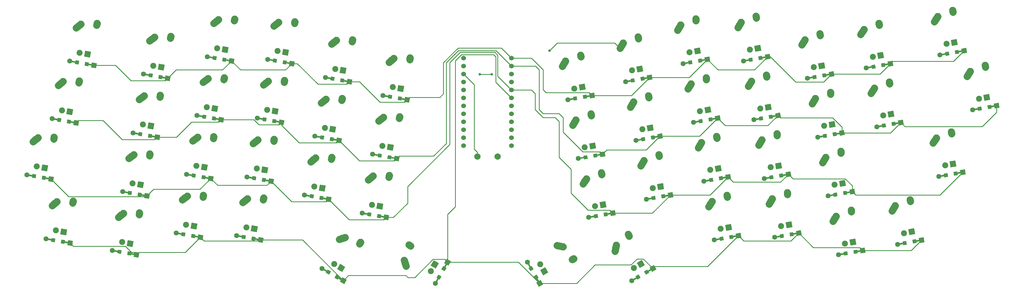
<source format=gbl>
G04 #@! TF.GenerationSoftware,KiCad,Pcbnew,(5.1.4-0-10_14)*
G04 #@! TF.CreationDate,2022-04-14T23:27:19-04:00*
G04 #@! TF.ProjectId,keyboard,6b657962-6f61-4726-942e-6b696361645f,rev?*
G04 #@! TF.SameCoordinates,Original*
G04 #@! TF.FileFunction,Copper,L2,Bot*
G04 #@! TF.FilePolarity,Positive*
%FSLAX46Y46*%
G04 Gerber Fmt 4.6, Leading zero omitted, Abs format (unit mm)*
G04 Created by KiCad (PCBNEW (5.1.4-0-10_14)) date 2022-04-14 23:27:19*
%MOMM*%
%LPD*%
G04 APERTURE LIST*
%ADD10C,2.000000*%
%ADD11C,1.905000*%
%ADD12C,0.100000*%
%ADD13C,2.250000*%
%ADD14C,2.250000*%
%ADD15C,0.500000*%
%ADD16C,1.600000*%
%ADD17C,1.200000*%
%ADD18C,1.524000*%
%ADD19C,0.800000*%
%ADD20C,0.250000*%
G04 APERTURE END LIST*
D10*
X207626800Y-93726000D03*
X214126800Y-93726000D03*
D11*
X139976441Y-97960898D03*
D12*
G36*
X138873012Y-98733527D02*
G01*
X139203812Y-96857469D01*
X141079870Y-97188269D01*
X140749070Y-99064327D01*
X138873012Y-98733527D01*
X138873012Y-98733527D01*
G37*
D11*
X137475029Y-97519831D03*
D13*
X137840441Y-88364190D03*
X137068630Y-88969360D03*
D14*
X136296817Y-89574530D02*
X137840443Y-88364190D01*
D13*
X142991412Y-88175784D03*
X142921358Y-88457906D03*
D14*
X142851304Y-88740027D02*
X142991412Y-88175785D01*
D11*
X359392027Y-57264954D03*
D12*
G36*
X358619398Y-58368383D02*
G01*
X358288598Y-56492325D01*
X360164656Y-56161525D01*
X360495456Y-58037583D01*
X358619398Y-58368383D01*
X358619398Y-58368383D01*
G37*
D11*
X356890615Y-57706021D03*
D13*
X354102576Y-48977553D03*
X353584291Y-49810203D03*
D14*
X353066004Y-50642852D02*
X354102578Y-48977554D01*
D13*
X358878467Y-47038774D03*
X358909129Y-47327842D03*
D14*
X358939791Y-47616909D02*
X358878467Y-47038775D01*
D11*
X164306652Y-129231809D03*
D12*
G36*
X163005513Y-129580448D02*
G01*
X163958013Y-127930670D01*
X165607791Y-128883170D01*
X164655291Y-130532948D01*
X163005513Y-129580448D01*
X163005513Y-129580448D01*
G37*
D11*
X162106948Y-127961809D03*
D13*
X165581736Y-119483298D03*
X164649490Y-119787997D03*
D14*
X163717243Y-120092695D02*
X165581737Y-119483299D01*
D13*
X170486505Y-121067991D03*
X170324185Y-121309139D03*
D14*
X170161864Y-121550286D02*
X170486506Y-121067992D01*
D11*
X176629377Y-109500932D03*
D12*
G36*
X175525948Y-110273561D02*
G01*
X175856748Y-108397503D01*
X177732806Y-108728303D01*
X177402006Y-110604361D01*
X175525948Y-110273561D01*
X175525948Y-110273561D01*
G37*
D11*
X174127965Y-109059865D03*
D13*
X174493377Y-99904224D03*
X173721566Y-100509394D03*
D14*
X172949753Y-101114564D02*
X174493379Y-99904224D01*
D13*
X179644348Y-99715818D03*
X179574294Y-99997940D03*
D14*
X179504240Y-100280061D02*
X179644348Y-99715819D01*
D11*
X97150315Y-121430779D03*
D12*
G36*
X96046886Y-122203408D02*
G01*
X96377686Y-120327350D01*
X98253744Y-120658150D01*
X97922944Y-122534208D01*
X96046886Y-122203408D01*
X96046886Y-122203408D01*
G37*
D11*
X94648903Y-120989712D03*
D13*
X95014315Y-111834071D03*
X94242504Y-112439241D03*
D14*
X93470691Y-113044411D02*
X95014317Y-111834071D01*
D13*
X100165286Y-111645665D03*
X100095232Y-111927787D03*
D14*
X100025178Y-112209908D02*
X100165286Y-111645666D01*
D11*
X103766310Y-83909604D03*
D12*
G36*
X102662881Y-84682233D02*
G01*
X102993681Y-82806175D01*
X104869739Y-83136975D01*
X104538939Y-85013033D01*
X102662881Y-84682233D01*
X102662881Y-84682233D01*
G37*
D11*
X101264898Y-83468537D03*
D13*
X101630310Y-74312896D03*
X100858499Y-74918066D03*
D14*
X100086686Y-75523236D02*
X101630312Y-74312896D01*
D13*
X106781281Y-74124490D03*
X106711227Y-74406612D03*
D14*
X106641173Y-74688733D02*
X106781281Y-74124491D01*
D15*
X95997293Y-105107572D03*
D12*
G36*
X97271715Y-105078430D02*
G01*
X97184891Y-105570834D01*
X94722871Y-105136714D01*
X94809695Y-104644310D01*
X97271715Y-105078430D01*
X97271715Y-105078430D01*
G37*
D15*
X101315255Y-106045272D03*
D12*
G36*
X102589677Y-106016130D02*
G01*
X102502853Y-106508534D01*
X100040833Y-106074414D01*
X100127657Y-105582010D01*
X102589677Y-106016130D01*
X102589677Y-106016130D01*
G37*
D16*
X94815524Y-104899194D03*
X102497024Y-106253650D03*
D12*
G36*
X103423789Y-105604722D02*
G01*
X103145952Y-107180415D01*
X101570259Y-106902578D01*
X101848096Y-105326885D01*
X103423789Y-105604722D01*
X103423789Y-105604722D01*
G37*
D17*
X100207346Y-105849918D03*
D12*
G36*
X100902420Y-105363222D02*
G01*
X100694042Y-106544992D01*
X99512272Y-106336614D01*
X99720650Y-105154844D01*
X100902420Y-105363222D01*
X100902420Y-105363222D01*
G37*
D17*
X97105202Y-105302926D03*
D12*
G36*
X97800276Y-104816230D02*
G01*
X97591898Y-105998000D01*
X96410128Y-105789622D01*
X96618506Y-104607852D01*
X97800276Y-104816230D01*
X97800276Y-104816230D01*
G37*
D15*
X237651285Y-75354838D03*
D12*
G36*
X238838883Y-74891576D02*
G01*
X238925707Y-75383980D01*
X236463687Y-75818100D01*
X236376863Y-75325696D01*
X238838883Y-74891576D01*
X238838883Y-74891576D01*
G37*
D15*
X242969247Y-74417138D03*
D12*
G36*
X244156845Y-73953876D02*
G01*
X244243669Y-74446280D01*
X241781649Y-74880400D01*
X241694825Y-74387996D01*
X244156845Y-73953876D01*
X244156845Y-73953876D01*
G37*
D16*
X236469516Y-75563216D03*
X244151016Y-74208760D03*
D12*
G36*
X244799944Y-73281995D02*
G01*
X245077781Y-74857688D01*
X243502088Y-75135525D01*
X243224251Y-73559832D01*
X244799944Y-73281995D01*
X244799944Y-73281995D01*
G37*
D17*
X241861338Y-74612492D03*
D12*
G36*
X242348034Y-73917418D02*
G01*
X242556412Y-75099188D01*
X241374642Y-75307566D01*
X241166264Y-74125796D01*
X242348034Y-73917418D01*
X242348034Y-73917418D01*
G37*
D17*
X238759194Y-75159484D03*
D12*
G36*
X239245890Y-74464410D02*
G01*
X239454268Y-75646180D01*
X238272498Y-75854558D01*
X238064120Y-74672788D01*
X239245890Y-74464410D01*
X239245890Y-74464410D01*
G37*
D15*
X116320715Y-99552300D03*
D12*
G36*
X117595137Y-99523158D02*
G01*
X117508313Y-100015562D01*
X115046293Y-99581442D01*
X115133117Y-99089038D01*
X117595137Y-99523158D01*
X117595137Y-99523158D01*
G37*
D15*
X121638677Y-100490000D03*
D12*
G36*
X122913099Y-100460858D02*
G01*
X122826275Y-100953262D01*
X120364255Y-100519142D01*
X120451079Y-100026738D01*
X122913099Y-100460858D01*
X122913099Y-100460858D01*
G37*
D16*
X115138946Y-99343922D03*
X122820446Y-100698378D03*
D12*
G36*
X123747211Y-100049450D02*
G01*
X123469374Y-101625143D01*
X121893681Y-101347306D01*
X122171518Y-99771613D01*
X123747211Y-100049450D01*
X123747211Y-100049450D01*
G37*
D17*
X120530768Y-100294646D03*
D12*
G36*
X121225842Y-99807950D02*
G01*
X121017464Y-100989720D01*
X119835694Y-100781342D01*
X120044072Y-99599572D01*
X121225842Y-99807950D01*
X121225842Y-99807950D01*
G37*
D17*
X117428624Y-99747654D03*
D12*
G36*
X118123698Y-99260958D02*
G01*
X117915320Y-100442728D01*
X116733550Y-100234350D01*
X116941928Y-99052580D01*
X118123698Y-99260958D01*
X118123698Y-99260958D01*
G37*
D15*
X122936710Y-62031125D03*
D12*
G36*
X124211132Y-62001983D02*
G01*
X124124308Y-62494387D01*
X121662288Y-62060267D01*
X121749112Y-61567863D01*
X124211132Y-62001983D01*
X124211132Y-62001983D01*
G37*
D15*
X128254672Y-62968825D03*
D12*
G36*
X129529094Y-62939683D02*
G01*
X129442270Y-63432087D01*
X126980250Y-62997967D01*
X127067074Y-62505563D01*
X129529094Y-62939683D01*
X129529094Y-62939683D01*
G37*
D16*
X121754941Y-61822747D03*
X129436441Y-63177203D03*
D12*
G36*
X130363206Y-62528275D02*
G01*
X130085369Y-64103968D01*
X128509676Y-63826131D01*
X128787513Y-62250438D01*
X130363206Y-62528275D01*
X130363206Y-62528275D01*
G37*
D17*
X127146763Y-62773471D03*
D12*
G36*
X127841837Y-62286775D02*
G01*
X127633459Y-63468545D01*
X126451689Y-63260167D01*
X126660067Y-62078397D01*
X127841837Y-62286775D01*
X127841837Y-62286775D01*
G37*
D17*
X124044619Y-62226479D03*
D12*
G36*
X124739693Y-61739783D02*
G01*
X124531315Y-62921553D01*
X123349545Y-62713175D01*
X123557923Y-61531405D01*
X124739693Y-61739783D01*
X124739693Y-61739783D01*
G37*
D15*
X153841890Y-106168296D03*
D12*
G36*
X155116312Y-106139154D02*
G01*
X155029488Y-106631558D01*
X152567468Y-106197438D01*
X152654292Y-105705034D01*
X155116312Y-106139154D01*
X155116312Y-106139154D01*
G37*
D15*
X159159852Y-107105996D03*
D12*
G36*
X160434274Y-107076854D02*
G01*
X160347450Y-107569258D01*
X157885430Y-107135138D01*
X157972254Y-106642734D01*
X160434274Y-107076854D01*
X160434274Y-107076854D01*
G37*
D16*
X152660121Y-105959918D03*
X160341621Y-107314374D03*
D12*
G36*
X161268386Y-106665446D02*
G01*
X160990549Y-108241139D01*
X159414856Y-107963302D01*
X159692693Y-106387609D01*
X161268386Y-106665446D01*
X161268386Y-106665446D01*
G37*
D17*
X158051943Y-106910642D03*
D12*
G36*
X158747017Y-106423946D02*
G01*
X158538639Y-107605716D01*
X157356869Y-107397338D01*
X157565247Y-106215568D01*
X158747017Y-106423946D01*
X158747017Y-106423946D01*
G37*
D17*
X154949799Y-106363650D03*
D12*
G36*
X155644873Y-105876954D02*
G01*
X155436495Y-107058724D01*
X154254725Y-106850346D01*
X154463103Y-105668576D01*
X155644873Y-105876954D01*
X155644873Y-105876954D01*
G37*
D15*
X323746343Y-124805860D03*
D12*
G36*
X324933941Y-124342598D02*
G01*
X325020765Y-124835002D01*
X322558745Y-125269122D01*
X322471921Y-124776718D01*
X324933941Y-124342598D01*
X324933941Y-124342598D01*
G37*
D15*
X329064305Y-123868160D03*
D12*
G36*
X330251903Y-123404898D02*
G01*
X330338727Y-123897302D01*
X327876707Y-124331422D01*
X327789883Y-123839018D01*
X330251903Y-123404898D01*
X330251903Y-123404898D01*
G37*
D16*
X322564574Y-125014238D03*
X330246074Y-123659782D03*
D12*
G36*
X330895002Y-122733017D02*
G01*
X331172839Y-124308710D01*
X329597146Y-124586547D01*
X329319309Y-123010854D01*
X330895002Y-122733017D01*
X330895002Y-122733017D01*
G37*
D17*
X327956396Y-124063514D03*
D12*
G36*
X328443092Y-123368440D02*
G01*
X328651470Y-124550210D01*
X327469700Y-124758588D01*
X327261322Y-123576818D01*
X328443092Y-123368440D01*
X328443092Y-123368440D01*
G37*
D17*
X324854252Y-124610506D03*
D12*
G36*
X325340948Y-123915432D02*
G01*
X325549326Y-125097202D01*
X324367556Y-125305580D01*
X324159178Y-124123810D01*
X325340948Y-123915432D01*
X325340948Y-123915432D01*
G37*
D15*
X255977753Y-69584821D03*
D12*
G36*
X257165351Y-69121559D02*
G01*
X257252175Y-69613963D01*
X254790155Y-70048083D01*
X254703331Y-69555679D01*
X257165351Y-69121559D01*
X257165351Y-69121559D01*
G37*
D15*
X261295715Y-68647121D03*
D12*
G36*
X262483313Y-68183859D02*
G01*
X262570137Y-68676263D01*
X260108117Y-69110383D01*
X260021293Y-68617979D01*
X262483313Y-68183859D01*
X262483313Y-68183859D01*
G37*
D16*
X254795984Y-69793199D03*
X262477484Y-68438743D03*
D12*
G36*
X263126412Y-67511978D02*
G01*
X263404249Y-69087671D01*
X261828556Y-69365508D01*
X261550719Y-67789815D01*
X263126412Y-67511978D01*
X263126412Y-67511978D01*
G37*
D17*
X260187806Y-68842475D03*
D12*
G36*
X260674502Y-68147401D02*
G01*
X260882880Y-69329171D01*
X259701110Y-69537549D01*
X259492732Y-68355779D01*
X260674502Y-68147401D01*
X260674502Y-68147401D01*
G37*
D17*
X257085662Y-69389467D03*
D12*
G36*
X257572358Y-68694393D02*
G01*
X257780736Y-69876163D01*
X256598966Y-70084541D01*
X256390588Y-68902771D01*
X257572358Y-68694393D01*
X257572358Y-68694393D01*
G37*
D15*
X79162553Y-63451400D03*
D12*
G36*
X80436975Y-63422258D02*
G01*
X80350151Y-63914662D01*
X77888131Y-63480542D01*
X77974955Y-62988138D01*
X80436975Y-63422258D01*
X80436975Y-63422258D01*
G37*
D15*
X84480515Y-64389100D03*
D12*
G36*
X85754937Y-64359958D02*
G01*
X85668113Y-64852362D01*
X83206093Y-64418242D01*
X83292917Y-63925838D01*
X85754937Y-64359958D01*
X85754937Y-64359958D01*
G37*
D16*
X77980784Y-63243022D03*
X85662284Y-64597478D03*
D12*
G36*
X86589049Y-63948550D02*
G01*
X86311212Y-65524243D01*
X84735519Y-65246406D01*
X85013356Y-63670713D01*
X86589049Y-63948550D01*
X86589049Y-63948550D01*
G37*
D17*
X83372606Y-64193746D03*
D12*
G36*
X84067680Y-63707050D02*
G01*
X83859302Y-64888820D01*
X82677532Y-64680442D01*
X82885910Y-63498672D01*
X84067680Y-63707050D01*
X84067680Y-63707050D01*
G37*
D17*
X80270462Y-63646754D03*
D12*
G36*
X80965536Y-63160058D02*
G01*
X80757158Y-64341828D01*
X79575388Y-64133450D01*
X79783766Y-62951680D01*
X80965536Y-63160058D01*
X80965536Y-63160058D01*
G37*
D15*
X178784353Y-74417138D03*
D12*
G36*
X180058775Y-74387996D02*
G01*
X179971951Y-74880400D01*
X177509931Y-74446280D01*
X177596755Y-73953876D01*
X180058775Y-74387996D01*
X180058775Y-74387996D01*
G37*
D15*
X184102315Y-75354838D03*
D12*
G36*
X185376737Y-75325696D02*
G01*
X185289913Y-75818100D01*
X182827893Y-75383980D01*
X182914717Y-74891576D01*
X185376737Y-75325696D01*
X185376737Y-75325696D01*
G37*
D16*
X177602584Y-74208760D03*
X185284084Y-75563216D03*
D12*
G36*
X186210849Y-74914288D02*
G01*
X185933012Y-76489981D01*
X184357319Y-76212144D01*
X184635156Y-74636451D01*
X186210849Y-74914288D01*
X186210849Y-74914288D01*
G37*
D17*
X182994406Y-75159484D03*
D12*
G36*
X183689480Y-74672788D02*
G01*
X183481102Y-75854558D01*
X182299332Y-75646180D01*
X182507710Y-74464410D01*
X183689480Y-74672788D01*
X183689480Y-74672788D01*
G37*
D17*
X179892262Y-74612492D03*
D12*
G36*
X180587336Y-74125796D02*
G01*
X180378958Y-75307566D01*
X179197188Y-75099188D01*
X179405566Y-73917418D01*
X180587336Y-74125796D01*
X180587336Y-74125796D01*
G37*
D15*
X113012717Y-118312888D03*
D12*
G36*
X114287139Y-118283746D02*
G01*
X114200315Y-118776150D01*
X111738295Y-118342030D01*
X111825119Y-117849626D01*
X114287139Y-118283746D01*
X114287139Y-118283746D01*
G37*
D15*
X118330679Y-119250588D03*
D12*
G36*
X119605101Y-119221446D02*
G01*
X119518277Y-119713850D01*
X117056257Y-119279730D01*
X117143081Y-118787326D01*
X119605101Y-119221446D01*
X119605101Y-119221446D01*
G37*
D16*
X111830948Y-118104510D03*
X119512448Y-119458966D03*
D12*
G36*
X120439213Y-118810038D02*
G01*
X120161376Y-120385731D01*
X118585683Y-120107894D01*
X118863520Y-118532201D01*
X120439213Y-118810038D01*
X120439213Y-118810038D01*
G37*
D17*
X117222770Y-119055234D03*
D12*
G36*
X117917844Y-118568538D02*
G01*
X117709466Y-119750308D01*
X116527696Y-119541930D01*
X116736074Y-118360160D01*
X117917844Y-118568538D01*
X117917844Y-118568538D01*
G37*
D17*
X114120626Y-118508242D03*
D12*
G36*
X114815700Y-118021546D02*
G01*
X114607322Y-119203316D01*
X113425552Y-118994938D01*
X113633930Y-117813168D01*
X114815700Y-118021546D01*
X114815700Y-118021546D01*
G37*
D15*
X332582938Y-65216099D03*
D12*
G36*
X333770536Y-64752837D02*
G01*
X333857360Y-65245241D01*
X331395340Y-65679361D01*
X331308516Y-65186957D01*
X333770536Y-64752837D01*
X333770536Y-64752837D01*
G37*
D15*
X337900900Y-64278399D03*
D12*
G36*
X339088498Y-63815137D02*
G01*
X339175322Y-64307541D01*
X336713302Y-64741661D01*
X336626478Y-64249257D01*
X339088498Y-63815137D01*
X339088498Y-63815137D01*
G37*
D16*
X331401169Y-65424477D03*
X339082669Y-64070021D03*
D12*
G36*
X339731597Y-63143256D02*
G01*
X340009434Y-64718949D01*
X338433741Y-64996786D01*
X338155904Y-63421093D01*
X339731597Y-63143256D01*
X339731597Y-63143256D01*
G37*
D17*
X336792991Y-64473753D03*
D12*
G36*
X337279687Y-63778679D02*
G01*
X337488065Y-64960449D01*
X336306295Y-65168827D01*
X336097917Y-63987057D01*
X337279687Y-63778679D01*
X337279687Y-63778679D01*
G37*
D17*
X333690847Y-65020745D03*
D12*
G36*
X334177543Y-64325671D02*
G01*
X334385921Y-65507441D01*
X333204151Y-65715819D01*
X332995773Y-64534049D01*
X334177543Y-64325671D01*
X334177543Y-64325671D01*
G37*
D15*
X257796031Y-132696440D03*
D12*
G36*
X258753563Y-131854934D02*
G01*
X259003563Y-132287946D01*
X256838499Y-133537946D01*
X256588499Y-133104934D01*
X258753563Y-131854934D01*
X258753563Y-131854934D01*
G37*
D15*
X262472569Y-129996440D03*
D12*
G36*
X263430101Y-129154934D02*
G01*
X263680101Y-129587946D01*
X261515037Y-130837946D01*
X261265037Y-130404934D01*
X263430101Y-129154934D01*
X263430101Y-129154934D01*
G37*
D16*
X256756801Y-133296440D03*
X263511799Y-129396440D03*
D12*
G36*
X263804619Y-128303620D02*
G01*
X264604619Y-129689260D01*
X263218979Y-130489260D01*
X262418979Y-129103620D01*
X263804619Y-128303620D01*
X263804619Y-128303620D01*
G37*
D17*
X261498290Y-130558940D03*
D12*
G36*
X261717905Y-129739325D02*
G01*
X262317905Y-130778555D01*
X261278675Y-131378555D01*
X260678675Y-130339325D01*
X261717905Y-129739325D01*
X261717905Y-129739325D01*
G37*
D17*
X258770310Y-132133940D03*
D12*
G36*
X258989925Y-131314325D02*
G01*
X259589925Y-132353555D01*
X258550695Y-132953555D01*
X257950695Y-131914325D01*
X258989925Y-131314325D01*
X258989925Y-131314325D01*
G37*
D15*
X320438345Y-106045272D03*
D12*
G36*
X321625943Y-105582010D02*
G01*
X321712767Y-106074414D01*
X319250747Y-106508534D01*
X319163923Y-106016130D01*
X321625943Y-105582010D01*
X321625943Y-105582010D01*
G37*
D15*
X325756307Y-105107572D03*
D12*
G36*
X326943905Y-104644310D02*
G01*
X327030729Y-105136714D01*
X324568709Y-105570834D01*
X324481885Y-105078430D01*
X326943905Y-104644310D01*
X326943905Y-104644310D01*
G37*
D16*
X319256576Y-106253650D03*
X326938076Y-104899194D03*
D12*
G36*
X327587004Y-103972429D02*
G01*
X327864841Y-105548122D01*
X326289148Y-105825959D01*
X326011311Y-104250266D01*
X327587004Y-103972429D01*
X327587004Y-103972429D01*
G37*
D17*
X324648398Y-105302926D03*
D12*
G36*
X325135094Y-104607852D02*
G01*
X325343472Y-105789622D01*
X324161702Y-105998000D01*
X323953324Y-104816230D01*
X325135094Y-104607852D01*
X325135094Y-104607852D01*
G37*
D17*
X321546254Y-105849918D03*
D12*
G36*
X322032950Y-105154844D02*
G01*
X322241328Y-106336614D01*
X321059558Y-106544992D01*
X320851180Y-105363222D01*
X322032950Y-105154844D01*
X322032950Y-105154844D01*
G37*
D15*
X65511337Y-99732076D03*
D12*
G36*
X66785759Y-99702934D02*
G01*
X66698935Y-100195338D01*
X64236915Y-99761218D01*
X64323739Y-99268814D01*
X66785759Y-99702934D01*
X66785759Y-99702934D01*
G37*
D15*
X70829299Y-100669776D03*
D12*
G36*
X72103721Y-100640634D02*
G01*
X72016897Y-101133038D01*
X69554877Y-100698918D01*
X69641701Y-100206514D01*
X72103721Y-100640634D01*
X72103721Y-100640634D01*
G37*
D16*
X64329568Y-99523698D03*
X72011068Y-100878154D03*
D12*
G36*
X72937833Y-100229226D02*
G01*
X72659996Y-101804919D01*
X71084303Y-101527082D01*
X71362140Y-99951389D01*
X72937833Y-100229226D01*
X72937833Y-100229226D01*
G37*
D17*
X69721390Y-100474422D03*
D12*
G36*
X70416464Y-99987726D02*
G01*
X70208086Y-101169496D01*
X69026316Y-100961118D01*
X69234694Y-99779348D01*
X70416464Y-99987726D01*
X70416464Y-99987726D01*
G37*
D17*
X66619246Y-99927430D03*
D12*
G36*
X67314320Y-99440734D02*
G01*
X67105942Y-100622504D01*
X65924172Y-100414126D01*
X66132550Y-99232356D01*
X67314320Y-99440734D01*
X67314320Y-99440734D01*
G37*
D15*
X355614448Y-99842776D03*
D12*
G36*
X356802046Y-99379514D02*
G01*
X356888870Y-99871918D01*
X354426850Y-100306038D01*
X354340026Y-99813634D01*
X356802046Y-99379514D01*
X356802046Y-99379514D01*
G37*
D15*
X360932410Y-98905076D03*
D12*
G36*
X362120008Y-98441814D02*
G01*
X362206832Y-98934218D01*
X359744812Y-99368338D01*
X359657988Y-98875934D01*
X362120008Y-98441814D01*
X362120008Y-98441814D01*
G37*
D16*
X354432679Y-100051154D03*
X362114179Y-98696698D03*
D12*
G36*
X362763107Y-97769933D02*
G01*
X363040944Y-99345626D01*
X361465251Y-99623463D01*
X361187414Y-98047770D01*
X362763107Y-97769933D01*
X362763107Y-97769933D01*
G37*
D17*
X359824501Y-99100430D03*
D12*
G36*
X360311197Y-98405356D02*
G01*
X360519575Y-99587126D01*
X359337805Y-99795504D01*
X359129427Y-98613734D01*
X360311197Y-98405356D01*
X360311197Y-98405356D01*
G37*
D17*
X356722357Y-99647422D03*
D12*
G36*
X357209053Y-98952348D02*
G01*
X357417431Y-100134118D01*
X356235661Y-100342496D01*
X356027283Y-99160726D01*
X357209053Y-98952348D01*
X357209053Y-98952348D01*
G37*
D15*
X317130348Y-87284685D03*
D12*
G36*
X318317946Y-86821423D02*
G01*
X318404770Y-87313827D01*
X315942750Y-87747947D01*
X315855926Y-87255543D01*
X318317946Y-86821423D01*
X318317946Y-86821423D01*
G37*
D15*
X322448310Y-86346985D03*
D12*
G36*
X323635908Y-85883723D02*
G01*
X323722732Y-86376127D01*
X321260712Y-86810247D01*
X321173888Y-86317843D01*
X323635908Y-85883723D01*
X323635908Y-85883723D01*
G37*
D16*
X315948579Y-87493063D03*
X323630079Y-86138607D03*
D12*
G36*
X324279007Y-85211842D02*
G01*
X324556844Y-86787535D01*
X322981151Y-87065372D01*
X322703314Y-85489679D01*
X324279007Y-85211842D01*
X324279007Y-85211842D01*
G37*
D17*
X321340401Y-86542339D03*
D12*
G36*
X321827097Y-85847265D02*
G01*
X322035475Y-87029035D01*
X320853705Y-87237413D01*
X320645327Y-86055643D01*
X321827097Y-85847265D01*
X321827097Y-85847265D01*
G37*
D17*
X318238257Y-87089331D03*
D12*
G36*
X318724953Y-86394257D02*
G01*
X318933331Y-87576027D01*
X317751561Y-87784405D01*
X317543183Y-86602635D01*
X318724953Y-86394257D01*
X318724953Y-86394257D01*
G37*
D15*
X119628713Y-80791713D03*
D12*
G36*
X120903135Y-80762571D02*
G01*
X120816311Y-81254975D01*
X118354291Y-80820855D01*
X118441115Y-80328451D01*
X120903135Y-80762571D01*
X120903135Y-80762571D01*
G37*
D15*
X124946675Y-81729413D03*
D12*
G36*
X126221097Y-81700271D02*
G01*
X126134273Y-82192675D01*
X123672253Y-81758555D01*
X123759077Y-81266151D01*
X126221097Y-81700271D01*
X126221097Y-81700271D01*
G37*
D16*
X118446944Y-80583335D03*
X126128444Y-81937791D03*
D12*
G36*
X127055209Y-81288863D02*
G01*
X126777372Y-82864556D01*
X125201679Y-82586719D01*
X125479516Y-81011026D01*
X127055209Y-81288863D01*
X127055209Y-81288863D01*
G37*
D17*
X123838766Y-81534059D03*
D12*
G36*
X124533840Y-81047363D02*
G01*
X124325462Y-82229133D01*
X123143692Y-82020755D01*
X123352070Y-80838985D01*
X124533840Y-81047363D01*
X124533840Y-81047363D01*
G37*
D17*
X120736622Y-80987067D03*
D12*
G36*
X121431696Y-80500371D02*
G01*
X121223318Y-81682141D01*
X120041548Y-81473763D01*
X120249926Y-80291993D01*
X121431696Y-80500371D01*
X121431696Y-80500371D01*
G37*
D15*
X342506931Y-121497862D03*
D12*
G36*
X343694529Y-121034600D02*
G01*
X343781353Y-121527004D01*
X341319333Y-121961124D01*
X341232509Y-121468720D01*
X343694529Y-121034600D01*
X343694529Y-121034600D01*
G37*
D15*
X347824893Y-120560162D03*
D12*
G36*
X349012491Y-120096900D02*
G01*
X349099315Y-120589304D01*
X346637295Y-121023424D01*
X346550471Y-120531020D01*
X349012491Y-120096900D01*
X349012491Y-120096900D01*
G37*
D16*
X341325162Y-121706240D03*
X349006662Y-120351784D03*
D12*
G36*
X349655590Y-119425019D02*
G01*
X349933427Y-121000712D01*
X348357734Y-121278549D01*
X348079897Y-119702856D01*
X349655590Y-119425019D01*
X349655590Y-119425019D01*
G37*
D17*
X346716984Y-120755516D03*
D12*
G36*
X347203680Y-120060442D02*
G01*
X347412058Y-121242212D01*
X346230288Y-121450590D01*
X346021910Y-120268820D01*
X347203680Y-120060442D01*
X347203680Y-120060442D01*
G37*
D17*
X343614840Y-121302508D03*
D12*
G36*
X344101536Y-120607434D02*
G01*
X344309914Y-121789204D01*
X343128144Y-121997582D01*
X342919766Y-120815812D01*
X344101536Y-120607434D01*
X344101536Y-120607434D01*
G37*
D15*
X160457885Y-68647121D03*
D12*
G36*
X161732307Y-68617979D02*
G01*
X161645483Y-69110383D01*
X159183463Y-68676263D01*
X159270287Y-68183859D01*
X161732307Y-68617979D01*
X161732307Y-68617979D01*
G37*
D15*
X165775847Y-69584821D03*
D12*
G36*
X167050269Y-69555679D02*
G01*
X166963445Y-70048083D01*
X164501425Y-69613963D01*
X164588249Y-69121559D01*
X167050269Y-69555679D01*
X167050269Y-69555679D01*
G37*
D16*
X159276116Y-68438743D03*
X166957616Y-69793199D03*
D12*
G36*
X167884381Y-69144271D02*
G01*
X167606544Y-70719964D01*
X166030851Y-70442127D01*
X166308688Y-68866434D01*
X167884381Y-69144271D01*
X167884381Y-69144271D01*
G37*
D17*
X164667938Y-69389467D03*
D12*
G36*
X165363012Y-68902771D02*
G01*
X165154634Y-70084541D01*
X163972864Y-69876163D01*
X164181242Y-68694393D01*
X165363012Y-68902771D01*
X165363012Y-68902771D01*
G37*
D17*
X161565794Y-68842475D03*
D12*
G36*
X162260868Y-68355779D02*
G01*
X162052490Y-69537549D01*
X160870720Y-69329171D01*
X161079098Y-68147401D01*
X162260868Y-68355779D01*
X162260868Y-68355779D01*
G37*
D15*
X335890936Y-83976687D03*
D12*
G36*
X337078534Y-83513425D02*
G01*
X337165358Y-84005829D01*
X334703338Y-84439949D01*
X334616514Y-83947545D01*
X337078534Y-83513425D01*
X337078534Y-83513425D01*
G37*
D15*
X341208898Y-83038987D03*
D12*
G36*
X342396496Y-82575725D02*
G01*
X342483320Y-83068129D01*
X340021300Y-83502249D01*
X339934476Y-83009845D01*
X342396496Y-82575725D01*
X342396496Y-82575725D01*
G37*
D16*
X334709167Y-84185065D03*
X342390667Y-82830609D03*
D12*
G36*
X343039595Y-81903844D02*
G01*
X343317432Y-83479537D01*
X341741739Y-83757374D01*
X341463902Y-82181681D01*
X343039595Y-81903844D01*
X343039595Y-81903844D01*
G37*
D17*
X340100989Y-83234341D03*
D12*
G36*
X340587685Y-82539267D02*
G01*
X340796063Y-83721037D01*
X339614293Y-83929415D01*
X339405915Y-82747645D01*
X340587685Y-82539267D01*
X340587685Y-82539267D01*
G37*
D17*
X336998845Y-83781333D03*
D12*
G36*
X337485541Y-83086259D02*
G01*
X337693919Y-84268029D01*
X336512149Y-84476407D01*
X336303771Y-83294637D01*
X337485541Y-83086259D01*
X337485541Y-83086259D01*
G37*
D15*
X102613288Y-67586397D03*
D12*
G36*
X103887710Y-67557255D02*
G01*
X103800886Y-68049659D01*
X101338866Y-67615539D01*
X101425690Y-67123135D01*
X103887710Y-67557255D01*
X103887710Y-67557255D01*
G37*
D15*
X107931250Y-68524097D03*
D12*
G36*
X109205672Y-68494955D02*
G01*
X109118848Y-68987359D01*
X106656828Y-68553239D01*
X106743652Y-68060835D01*
X109205672Y-68494955D01*
X109205672Y-68494955D01*
G37*
D16*
X101431519Y-67378019D03*
X109113019Y-68732475D03*
D12*
G36*
X110039784Y-68083547D02*
G01*
X109761947Y-69659240D01*
X108186254Y-69381403D01*
X108464091Y-67805710D01*
X110039784Y-68083547D01*
X110039784Y-68083547D01*
G37*
D17*
X106823341Y-68328743D03*
D12*
G36*
X107518415Y-67842047D02*
G01*
X107310037Y-69023817D01*
X106128267Y-68815439D01*
X106336645Y-67633669D01*
X107518415Y-67842047D01*
X107518415Y-67842047D01*
G37*
D17*
X103721197Y-67781751D03*
D12*
G36*
X104416271Y-67295055D02*
G01*
X104207893Y-68476825D01*
X103026123Y-68268447D01*
X103234501Y-67086677D01*
X104416271Y-67295055D01*
X104416271Y-67295055D01*
G37*
D15*
X313822350Y-68524097D03*
D12*
G36*
X315009948Y-68060835D02*
G01*
X315096772Y-68553239D01*
X312634752Y-68987359D01*
X312547928Y-68494955D01*
X315009948Y-68060835D01*
X315009948Y-68060835D01*
G37*
D15*
X319140312Y-67586397D03*
D12*
G36*
X320327910Y-67123135D02*
G01*
X320414734Y-67615539D01*
X317952714Y-68049659D01*
X317865890Y-67557255D01*
X320327910Y-67123135D01*
X320327910Y-67123135D01*
G37*
D16*
X312640581Y-68732475D03*
X320322081Y-67378019D03*
D12*
G36*
X320971009Y-66451254D02*
G01*
X321248846Y-68026947D01*
X319673153Y-68304784D01*
X319395316Y-66729091D01*
X320971009Y-66451254D01*
X320971009Y-66451254D01*
G37*
D17*
X318032403Y-67781751D03*
D12*
G36*
X318519099Y-67086677D02*
G01*
X318727477Y-68268447D01*
X317545707Y-68476825D01*
X317337329Y-67295055D01*
X318519099Y-67086677D01*
X318519099Y-67086677D01*
G37*
D17*
X314930259Y-68328743D03*
D12*
G36*
X315416955Y-67633669D02*
G01*
X315625333Y-68815439D01*
X314443563Y-69023817D01*
X314235185Y-67842047D01*
X315416955Y-67633669D01*
X315416955Y-67633669D01*
G37*
D15*
X293498928Y-62968825D03*
D12*
G36*
X294686526Y-62505563D02*
G01*
X294773350Y-62997967D01*
X292311330Y-63432087D01*
X292224506Y-62939683D01*
X294686526Y-62505563D01*
X294686526Y-62505563D01*
G37*
D15*
X298816890Y-62031125D03*
D12*
G36*
X300004488Y-61567863D02*
G01*
X300091312Y-62060267D01*
X297629292Y-62494387D01*
X297542468Y-62001983D01*
X300004488Y-61567863D01*
X300004488Y-61567863D01*
G37*
D16*
X292317159Y-63177203D03*
X299998659Y-61822747D03*
D12*
G36*
X300647587Y-60895982D02*
G01*
X300925424Y-62471675D01*
X299349731Y-62749512D01*
X299071894Y-61173819D01*
X300647587Y-60895982D01*
X300647587Y-60895982D01*
G37*
D17*
X297708981Y-62226479D03*
D12*
G36*
X298195677Y-61531405D02*
G01*
X298404055Y-62713175D01*
X297222285Y-62921553D01*
X297013907Y-61739783D01*
X298195677Y-61531405D01*
X298195677Y-61531405D01*
G37*
D17*
X294606837Y-62773471D03*
D12*
G36*
X295093533Y-62078397D02*
G01*
X295301911Y-63260167D01*
X294120141Y-63468545D01*
X293911763Y-62286775D01*
X295093533Y-62078397D01*
X295093533Y-62078397D01*
G37*
D15*
X244267280Y-112876013D03*
D12*
G36*
X245454878Y-112412751D02*
G01*
X245541702Y-112905155D01*
X243079682Y-113339275D01*
X242992858Y-112846871D01*
X245454878Y-112412751D01*
X245454878Y-112412751D01*
G37*
D15*
X249585242Y-111938313D03*
D12*
G36*
X250772840Y-111475051D02*
G01*
X250859664Y-111967455D01*
X248397644Y-112401575D01*
X248310820Y-111909171D01*
X250772840Y-111475051D01*
X250772840Y-111475051D01*
G37*
D16*
X243085511Y-113084391D03*
X250767011Y-111729935D03*
D12*
G36*
X251415939Y-110803170D02*
G01*
X251693776Y-112378863D01*
X250118083Y-112656700D01*
X249840246Y-111081007D01*
X251415939Y-110803170D01*
X251415939Y-110803170D01*
G37*
D17*
X248477333Y-112133667D03*
D12*
G36*
X248964029Y-111438593D02*
G01*
X249172407Y-112620363D01*
X247990637Y-112828741D01*
X247782259Y-111646971D01*
X248964029Y-111438593D01*
X248964029Y-111438593D01*
G37*
D17*
X245375189Y-112680659D03*
D12*
G36*
X245861885Y-111985585D02*
G01*
X246070263Y-113167355D01*
X244888493Y-113375733D01*
X244680115Y-112193963D01*
X245861885Y-111985585D01*
X245861885Y-111985585D01*
G37*
D15*
X132207424Y-119158867D03*
D12*
G36*
X133481846Y-119129725D02*
G01*
X133395022Y-119622129D01*
X130933002Y-119188009D01*
X131019826Y-118695605D01*
X133481846Y-119129725D01*
X133481846Y-119129725D01*
G37*
D15*
X137525386Y-120096567D03*
D12*
G36*
X138799808Y-120067425D02*
G01*
X138712984Y-120559829D01*
X136250964Y-120125709D01*
X136337788Y-119633305D01*
X138799808Y-120067425D01*
X138799808Y-120067425D01*
G37*
D16*
X131025655Y-118950489D03*
X138707155Y-120304945D03*
D12*
G36*
X139633920Y-119656017D02*
G01*
X139356083Y-121231710D01*
X137780390Y-120953873D01*
X138058227Y-119378180D01*
X139633920Y-119656017D01*
X139633920Y-119656017D01*
G37*
D17*
X136417477Y-119901213D03*
D12*
G36*
X137112551Y-119414517D02*
G01*
X136904173Y-120596287D01*
X135722403Y-120387909D01*
X135930781Y-119206139D01*
X137112551Y-119414517D01*
X137112551Y-119414517D01*
G37*
D17*
X133315333Y-119354221D03*
D12*
G36*
X134010407Y-118867525D02*
G01*
X133802029Y-120049295D01*
X132620259Y-119840917D01*
X132828637Y-118659147D01*
X134010407Y-118867525D01*
X134010407Y-118867525D01*
G37*
D15*
X262593748Y-107105996D03*
D12*
G36*
X263781346Y-106642734D02*
G01*
X263868170Y-107135138D01*
X261406150Y-107569258D01*
X261319326Y-107076854D01*
X263781346Y-106642734D01*
X263781346Y-106642734D01*
G37*
D15*
X267911710Y-106168296D03*
D12*
G36*
X269099308Y-105705034D02*
G01*
X269186132Y-106197438D01*
X266724112Y-106631558D01*
X266637288Y-106139154D01*
X269099308Y-105705034D01*
X269099308Y-105705034D01*
G37*
D16*
X261411979Y-107314374D03*
X269093479Y-105959918D03*
D12*
G36*
X269742407Y-105033153D02*
G01*
X270020244Y-106608846D01*
X268444551Y-106886683D01*
X268166714Y-105310990D01*
X269742407Y-105033153D01*
X269742407Y-105033153D01*
G37*
D17*
X266803801Y-106363650D03*
D12*
G36*
X267290497Y-105668576D02*
G01*
X267498875Y-106850346D01*
X266317105Y-107058724D01*
X266108727Y-105876954D01*
X267290497Y-105668576D01*
X267290497Y-105668576D01*
G37*
D17*
X263701657Y-106910642D03*
D12*
G36*
X264188353Y-106215568D02*
G01*
X264396731Y-107397338D01*
X263214961Y-107605716D01*
X263006583Y-106423946D01*
X264188353Y-106215568D01*
X264188353Y-106215568D01*
G37*
D15*
X284228214Y-120096567D03*
D12*
G36*
X285415812Y-119633305D02*
G01*
X285502636Y-120125709D01*
X283040616Y-120559829D01*
X282953792Y-120067425D01*
X285415812Y-119633305D01*
X285415812Y-119633305D01*
G37*
D15*
X289546176Y-119158867D03*
D12*
G36*
X290733774Y-118695605D02*
G01*
X290820598Y-119188009D01*
X288358578Y-119622129D01*
X288271754Y-119129725D01*
X290733774Y-118695605D01*
X290733774Y-118695605D01*
G37*
D16*
X283046445Y-120304945D03*
X290727945Y-118950489D03*
D12*
G36*
X291376873Y-118023724D02*
G01*
X291654710Y-119599417D01*
X290079017Y-119877254D01*
X289801180Y-118301561D01*
X291376873Y-118023724D01*
X291376873Y-118023724D01*
G37*
D17*
X288438267Y-119354221D03*
D12*
G36*
X288924963Y-118659147D02*
G01*
X289133341Y-119840917D01*
X287951571Y-120049295D01*
X287743193Y-118867525D01*
X288924963Y-118659147D01*
X288924963Y-118659147D01*
G37*
D17*
X285336123Y-119901213D03*
D12*
G36*
X285822819Y-119206139D02*
G01*
X286031197Y-120387909D01*
X284849427Y-120596287D01*
X284641049Y-119414517D01*
X285822819Y-119206139D01*
X285822819Y-119206139D01*
G37*
D15*
X296806926Y-81729413D03*
D12*
G36*
X297994524Y-81266151D02*
G01*
X298081348Y-81758555D01*
X295619328Y-82192675D01*
X295532504Y-81700271D01*
X297994524Y-81266151D01*
X297994524Y-81266151D01*
G37*
D15*
X302124888Y-80791713D03*
D12*
G36*
X303312486Y-80328451D02*
G01*
X303399310Y-80820855D01*
X300937290Y-81254975D01*
X300850466Y-80762571D01*
X303312486Y-80328451D01*
X303312486Y-80328451D01*
G37*
D16*
X295625157Y-81937791D03*
X303306657Y-80583335D03*
D12*
G36*
X303955585Y-79656570D02*
G01*
X304233422Y-81232263D01*
X302657729Y-81510100D01*
X302379892Y-79934407D01*
X303955585Y-79656570D01*
X303955585Y-79656570D01*
G37*
D17*
X301016979Y-80987067D03*
D12*
G36*
X301503675Y-80291993D02*
G01*
X301712053Y-81473763D01*
X300530283Y-81682141D01*
X300321905Y-80500371D01*
X301503675Y-80291993D01*
X301503675Y-80291993D01*
G37*
D17*
X297914835Y-81534059D03*
D12*
G36*
X298401531Y-80838985D02*
G01*
X298609909Y-82020755D01*
X297428139Y-82229133D01*
X297219761Y-81047363D01*
X298401531Y-80838985D01*
X298401531Y-80838985D01*
G37*
D15*
X277612219Y-82575392D03*
D12*
G36*
X278799817Y-82112130D02*
G01*
X278886641Y-82604534D01*
X276424621Y-83038654D01*
X276337797Y-82546250D01*
X278799817Y-82112130D01*
X278799817Y-82112130D01*
G37*
D15*
X282930181Y-81637692D03*
D12*
G36*
X284117779Y-81174430D02*
G01*
X284204603Y-81666834D01*
X281742583Y-82100954D01*
X281655759Y-81608550D01*
X284117779Y-81174430D01*
X284117779Y-81174430D01*
G37*
D16*
X276430450Y-82783770D03*
X284111950Y-81429314D03*
D12*
G36*
X284760878Y-80502549D02*
G01*
X285038715Y-82078242D01*
X283463022Y-82356079D01*
X283185185Y-80780386D01*
X284760878Y-80502549D01*
X284760878Y-80502549D01*
G37*
D17*
X281822272Y-81833046D03*
D12*
G36*
X282308968Y-81137972D02*
G01*
X282517346Y-82319742D01*
X281335576Y-82528120D01*
X281127198Y-81346350D01*
X282308968Y-81137972D01*
X282308968Y-81137972D01*
G37*
D17*
X278720128Y-82380038D03*
D12*
G36*
X279206824Y-81684964D02*
G01*
X279415202Y-82866734D01*
X278233432Y-83075112D01*
X278025054Y-81893342D01*
X279206824Y-81684964D01*
X279206824Y-81684964D01*
G37*
D15*
X259285751Y-88345409D03*
D12*
G36*
X260473349Y-87882147D02*
G01*
X260560173Y-88374551D01*
X258098153Y-88808671D01*
X258011329Y-88316267D01*
X260473349Y-87882147D01*
X260473349Y-87882147D01*
G37*
D15*
X264603713Y-87407709D03*
D12*
G36*
X265791311Y-86944447D02*
G01*
X265878135Y-87436851D01*
X263416115Y-87870971D01*
X263329291Y-87378567D01*
X265791311Y-86944447D01*
X265791311Y-86944447D01*
G37*
D16*
X258103982Y-88553787D03*
X265785482Y-87199331D03*
D12*
G36*
X266434410Y-86272566D02*
G01*
X266712247Y-87848259D01*
X265136554Y-88126096D01*
X264858717Y-86550403D01*
X266434410Y-86272566D01*
X266434410Y-86272566D01*
G37*
D17*
X263495804Y-87603063D03*
D12*
G36*
X263982500Y-86907989D02*
G01*
X264190878Y-88089759D01*
X263009108Y-88298137D01*
X262800730Y-87116367D01*
X263982500Y-86907989D01*
X263982500Y-86907989D01*
G37*
D17*
X260393660Y-88150055D03*
D12*
G36*
X260880356Y-87454981D02*
G01*
X261088734Y-88636751D01*
X259906964Y-88845129D01*
X259698586Y-87663359D01*
X260880356Y-87454981D01*
X260880356Y-87454981D01*
G37*
D15*
X274304221Y-63814804D03*
D12*
G36*
X275491819Y-63351542D02*
G01*
X275578643Y-63843946D01*
X273116623Y-64278066D01*
X273029799Y-63785662D01*
X275491819Y-63351542D01*
X275491819Y-63351542D01*
G37*
D15*
X279622183Y-62877104D03*
D12*
G36*
X280809781Y-62413842D02*
G01*
X280896605Y-62906246D01*
X278434585Y-63340366D01*
X278347761Y-62847962D01*
X280809781Y-62413842D01*
X280809781Y-62413842D01*
G37*
D16*
X273122452Y-64023182D03*
X280803952Y-62668726D03*
D12*
G36*
X281452880Y-61741961D02*
G01*
X281730717Y-63317654D01*
X280155024Y-63595491D01*
X279877187Y-62019798D01*
X281452880Y-61741961D01*
X281452880Y-61741961D01*
G37*
D17*
X278514274Y-63072458D03*
D12*
G36*
X279000970Y-62377384D02*
G01*
X279209348Y-63559154D01*
X278027578Y-63767532D01*
X277819200Y-62585762D01*
X279000970Y-62377384D01*
X279000970Y-62377384D01*
G37*
D17*
X275412130Y-63619450D03*
D12*
G36*
X275898826Y-62924376D02*
G01*
X276107204Y-64106146D01*
X274925434Y-64314524D01*
X274717056Y-63132754D01*
X275898826Y-62924376D01*
X275898826Y-62924376D01*
G37*
D15*
X240959283Y-94115426D03*
D12*
G36*
X242146881Y-93652164D02*
G01*
X242233705Y-94144568D01*
X239771685Y-94578688D01*
X239684861Y-94086284D01*
X242146881Y-93652164D01*
X242146881Y-93652164D01*
G37*
D15*
X246277245Y-93177726D03*
D12*
G36*
X247464843Y-92714464D02*
G01*
X247551667Y-93206868D01*
X245089647Y-93640988D01*
X245002823Y-93148584D01*
X247464843Y-92714464D01*
X247464843Y-92714464D01*
G37*
D16*
X239777514Y-94323804D03*
X247459014Y-92969348D03*
D12*
G36*
X248107942Y-92042583D02*
G01*
X248385779Y-93618276D01*
X246810086Y-93896113D01*
X246532249Y-92320420D01*
X248107942Y-92042583D01*
X248107942Y-92042583D01*
G37*
D17*
X245169336Y-93373080D03*
D12*
G36*
X245656032Y-92678006D02*
G01*
X245864410Y-93859776D01*
X244682640Y-94068154D01*
X244474262Y-92886384D01*
X245656032Y-92678006D01*
X245656032Y-92678006D01*
G37*
D17*
X242067192Y-93920072D03*
D12*
G36*
X242553888Y-93224998D02*
G01*
X242762266Y-94406768D01*
X241580496Y-94615146D01*
X241372118Y-93433376D01*
X242553888Y-93224998D01*
X242553888Y-93224998D01*
G37*
D15*
X175476356Y-93177726D03*
D12*
G36*
X176750778Y-93148584D02*
G01*
X176663954Y-93640988D01*
X174201934Y-93206868D01*
X174288758Y-92714464D01*
X176750778Y-93148584D01*
X176750778Y-93148584D01*
G37*
D15*
X180794318Y-94115426D03*
D12*
G36*
X182068740Y-94086284D02*
G01*
X181981916Y-94578688D01*
X179519896Y-94144568D01*
X179606720Y-93652164D01*
X182068740Y-94086284D01*
X182068740Y-94086284D01*
G37*
D16*
X174294587Y-92969348D03*
X181976087Y-94323804D03*
D12*
G36*
X182902852Y-93674876D02*
G01*
X182625015Y-95250569D01*
X181049322Y-94972732D01*
X181327159Y-93397039D01*
X182902852Y-93674876D01*
X182902852Y-93674876D01*
G37*
D17*
X179686409Y-93920072D03*
D12*
G36*
X180381483Y-93433376D02*
G01*
X180173105Y-94615146D01*
X178991335Y-94406768D01*
X179199713Y-93224998D01*
X180381483Y-93433376D01*
X180381483Y-93433376D01*
G37*
D17*
X176584265Y-93373080D03*
D12*
G36*
X177279339Y-92886384D02*
G01*
X177070961Y-94068154D01*
X175889191Y-93859776D01*
X176097569Y-92678006D01*
X177279339Y-92886384D01*
X177279339Y-92886384D01*
G37*
D15*
X157149888Y-87407709D03*
D12*
G36*
X158424310Y-87378567D02*
G01*
X158337486Y-87870971D01*
X155875466Y-87436851D01*
X155962290Y-86944447D01*
X158424310Y-87378567D01*
X158424310Y-87378567D01*
G37*
D15*
X162467850Y-88345409D03*
D12*
G36*
X163742272Y-88316267D02*
G01*
X163655448Y-88808671D01*
X161193428Y-88374551D01*
X161280252Y-87882147D01*
X163742272Y-88316267D01*
X163742272Y-88316267D01*
G37*
D16*
X155968119Y-87199331D03*
X163649619Y-88553787D03*
D12*
G36*
X164576384Y-87904859D02*
G01*
X164298547Y-89480552D01*
X162722854Y-89202715D01*
X163000691Y-87627022D01*
X164576384Y-87904859D01*
X164576384Y-87904859D01*
G37*
D17*
X161359941Y-88150055D03*
D12*
G36*
X162055015Y-87663359D02*
G01*
X161846637Y-88845129D01*
X160664867Y-88636751D01*
X160873245Y-87454981D01*
X162055015Y-87663359D01*
X162055015Y-87663359D01*
G37*
D17*
X158257797Y-87603063D03*
D12*
G36*
X158952871Y-87116367D02*
G01*
X158744493Y-88298137D01*
X157562723Y-88089759D01*
X157771101Y-86907989D01*
X158952871Y-87116367D01*
X158952871Y-87116367D01*
G37*
D15*
X366376891Y-78601191D03*
D12*
G36*
X367564489Y-78137929D02*
G01*
X367651313Y-78630333D01*
X365189293Y-79064453D01*
X365102469Y-78572049D01*
X367564489Y-78137929D01*
X367564489Y-78137929D01*
G37*
D15*
X371694853Y-77663491D03*
D12*
G36*
X372882451Y-77200229D02*
G01*
X372969275Y-77692633D01*
X370507255Y-78126753D01*
X370420431Y-77634349D01*
X372882451Y-77200229D01*
X372882451Y-77200229D01*
G37*
D16*
X365195122Y-78809569D03*
X372876622Y-77455113D03*
D12*
G36*
X373525550Y-76528348D02*
G01*
X373803387Y-78104041D01*
X372227694Y-78381878D01*
X371949857Y-76806185D01*
X373525550Y-76528348D01*
X373525550Y-76528348D01*
G37*
D17*
X370586944Y-77858845D03*
D12*
G36*
X371073640Y-77163771D02*
G01*
X371282018Y-78345541D01*
X370100248Y-78553919D01*
X369891870Y-77372149D01*
X371073640Y-77163771D01*
X371073640Y-77163771D01*
G37*
D17*
X367484800Y-78405837D03*
D12*
G36*
X367971496Y-77710763D02*
G01*
X368179874Y-78892533D01*
X366998104Y-79100911D01*
X366789726Y-77919141D01*
X367971496Y-77710763D01*
X367971496Y-77710763D01*
G37*
D15*
X142131417Y-62877104D03*
D12*
G36*
X143405839Y-62847962D02*
G01*
X143319015Y-63340366D01*
X140856995Y-62906246D01*
X140943819Y-62413842D01*
X143405839Y-62847962D01*
X143405839Y-62847962D01*
G37*
D15*
X147449379Y-63814804D03*
D12*
G36*
X148723801Y-63785662D02*
G01*
X148636977Y-64278066D01*
X146174957Y-63843946D01*
X146261781Y-63351542D01*
X148723801Y-63785662D01*
X148723801Y-63785662D01*
G37*
D16*
X140949648Y-62668726D03*
X148631148Y-64023182D03*
D12*
G36*
X149557913Y-63374254D02*
G01*
X149280076Y-64949947D01*
X147704383Y-64672110D01*
X147982220Y-63096417D01*
X149557913Y-63374254D01*
X149557913Y-63374254D01*
G37*
D17*
X146341470Y-63619450D03*
D12*
G36*
X147036544Y-63132754D02*
G01*
X146828166Y-64314524D01*
X145646396Y-64106146D01*
X145854774Y-62924376D01*
X147036544Y-63132754D01*
X147036544Y-63132754D01*
G37*
D17*
X143239326Y-63072458D03*
D12*
G36*
X143934400Y-62585762D02*
G01*
X143726022Y-63767532D01*
X142544252Y-63559154D01*
X142752630Y-62377384D01*
X143934400Y-62585762D01*
X143934400Y-62585762D01*
G37*
D15*
X303422921Y-119250588D03*
D12*
G36*
X304610519Y-118787326D02*
G01*
X304697343Y-119279730D01*
X302235323Y-119713850D01*
X302148499Y-119221446D01*
X304610519Y-118787326D01*
X304610519Y-118787326D01*
G37*
D15*
X308740883Y-118312888D03*
D12*
G36*
X309928481Y-117849626D02*
G01*
X310015305Y-118342030D01*
X307553285Y-118776150D01*
X307466461Y-118283746D01*
X309928481Y-117849626D01*
X309928481Y-117849626D01*
G37*
D16*
X302241152Y-119458966D03*
X309922652Y-118104510D03*
D12*
G36*
X310571580Y-117177745D02*
G01*
X310849417Y-118753438D01*
X309273724Y-119031275D01*
X308995887Y-117455582D01*
X310571580Y-117177745D01*
X310571580Y-117177745D01*
G37*
D17*
X307632974Y-118508242D03*
D12*
G36*
X308119670Y-117813168D02*
G01*
X308328048Y-118994938D01*
X307146278Y-119203316D01*
X306937900Y-118021546D01*
X308119670Y-117813168D01*
X308119670Y-117813168D01*
G37*
D17*
X304530830Y-119055234D03*
D12*
G36*
X305017526Y-118360160D02*
G01*
X305225904Y-119541930D01*
X304044134Y-119750308D01*
X303835756Y-118568538D01*
X305017526Y-118360160D01*
X305017526Y-118360160D01*
G37*
D15*
X300114923Y-100490000D03*
D12*
G36*
X301302521Y-100026738D02*
G01*
X301389345Y-100519142D01*
X298927325Y-100953262D01*
X298840501Y-100460858D01*
X301302521Y-100026738D01*
X301302521Y-100026738D01*
G37*
D15*
X305432885Y-99552300D03*
D12*
G36*
X306620483Y-99089038D02*
G01*
X306707307Y-99581442D01*
X304245287Y-100015562D01*
X304158463Y-99523158D01*
X306620483Y-99089038D01*
X306620483Y-99089038D01*
G37*
D16*
X298933154Y-100698378D03*
X306614654Y-99343922D03*
D12*
G36*
X307263582Y-98417157D02*
G01*
X307541419Y-99992850D01*
X305965726Y-100270687D01*
X305687889Y-98694994D01*
X307263582Y-98417157D01*
X307263582Y-98417157D01*
G37*
D17*
X304324976Y-99747654D03*
D12*
G36*
X304811672Y-99052580D02*
G01*
X305020050Y-100234350D01*
X303838280Y-100442728D01*
X303629902Y-99260958D01*
X304811672Y-99052580D01*
X304811672Y-99052580D01*
G37*
D17*
X301222832Y-100294646D03*
D12*
G36*
X301709528Y-99599572D02*
G01*
X301917906Y-100781342D01*
X300736136Y-100989720D01*
X300527758Y-99807950D01*
X301709528Y-99599572D01*
X301709528Y-99599572D01*
G37*
D15*
X138823420Y-81637692D03*
D12*
G36*
X140097842Y-81608550D02*
G01*
X140011018Y-82100954D01*
X137548998Y-81666834D01*
X137635822Y-81174430D01*
X140097842Y-81608550D01*
X140097842Y-81608550D01*
G37*
D15*
X144141382Y-82575392D03*
D12*
G36*
X145415804Y-82546250D02*
G01*
X145328980Y-83038654D01*
X142866960Y-82604534D01*
X142953784Y-82112130D01*
X145415804Y-82546250D01*
X145415804Y-82546250D01*
G37*
D16*
X137641651Y-81429314D03*
X145323151Y-82783770D03*
D12*
G36*
X146249916Y-82134842D02*
G01*
X145972079Y-83710535D01*
X144396386Y-83432698D01*
X144674223Y-81857005D01*
X146249916Y-82134842D01*
X146249916Y-82134842D01*
G37*
D17*
X143033473Y-82380038D03*
D12*
G36*
X143728547Y-81893342D02*
G01*
X143520169Y-83075112D01*
X142338399Y-82866734D01*
X142546777Y-81684964D01*
X143728547Y-81893342D01*
X143728547Y-81893342D01*
G37*
D17*
X139931329Y-81833046D03*
D12*
G36*
X140626403Y-81346350D02*
G01*
X140418025Y-82528120D01*
X139236255Y-82319742D01*
X139444633Y-81137972D01*
X140626403Y-81346350D01*
X140626403Y-81346350D01*
G37*
D15*
X71583634Y-120146663D03*
D12*
G36*
X72858056Y-120117521D02*
G01*
X72771232Y-120609925D01*
X70309212Y-120175805D01*
X70396036Y-119683401D01*
X72858056Y-120117521D01*
X72858056Y-120117521D01*
G37*
D15*
X76901596Y-121084363D03*
D12*
G36*
X78176018Y-121055221D02*
G01*
X78089194Y-121547625D01*
X75627174Y-121113505D01*
X75713998Y-120621101D01*
X78176018Y-121055221D01*
X78176018Y-121055221D01*
G37*
D16*
X70401865Y-119938285D03*
X78083365Y-121292741D03*
D12*
G36*
X79010130Y-120643813D02*
G01*
X78732293Y-122219506D01*
X77156600Y-121941669D01*
X77434437Y-120365976D01*
X79010130Y-120643813D01*
X79010130Y-120643813D01*
G37*
D17*
X75793687Y-120889009D03*
D12*
G36*
X76488761Y-120402313D02*
G01*
X76280383Y-121584083D01*
X75098613Y-121375705D01*
X75306991Y-120193935D01*
X76488761Y-120402313D01*
X76488761Y-120402313D01*
G37*
D17*
X72691543Y-120342017D03*
D12*
G36*
X73386617Y-119855321D02*
G01*
X73178239Y-121037091D01*
X71996469Y-120828713D01*
X72204847Y-119646943D01*
X73386617Y-119855321D01*
X73386617Y-119855321D01*
G37*
D15*
X194868347Y-133129902D03*
D12*
G36*
X195276841Y-131922370D02*
G01*
X195709853Y-132172370D01*
X194459853Y-134337434D01*
X194026841Y-134087434D01*
X195276841Y-131922370D01*
X195276841Y-131922370D01*
G37*
D15*
X197568347Y-128453364D03*
D12*
G36*
X197976841Y-127245832D02*
G01*
X198409853Y-127495832D01*
X197159853Y-129660896D01*
X196726841Y-129410896D01*
X197976841Y-127245832D01*
X197976841Y-127245832D01*
G37*
D16*
X194268347Y-134169132D03*
X198168347Y-127414134D03*
D12*
G36*
X197875527Y-126321314D02*
G01*
X199261167Y-127121314D01*
X198461167Y-128506954D01*
X197075527Y-127706954D01*
X197875527Y-126321314D01*
X197875527Y-126321314D01*
G37*
D17*
X197005847Y-129427643D03*
D12*
G36*
X196786232Y-128608028D02*
G01*
X197825462Y-129208028D01*
X197225462Y-130247258D01*
X196186232Y-129647258D01*
X196786232Y-128608028D01*
X196786232Y-128608028D01*
G37*
D17*
X195430847Y-132155623D03*
D12*
G36*
X195211232Y-131336008D02*
G01*
X196250462Y-131936008D01*
X195650462Y-132975238D01*
X194611232Y-132375238D01*
X195211232Y-131336008D01*
X195211232Y-131336008D01*
G37*
D15*
X280920216Y-101335979D03*
D12*
G36*
X282107814Y-100872717D02*
G01*
X282194638Y-101365121D01*
X279732618Y-101799241D01*
X279645794Y-101306837D01*
X282107814Y-100872717D01*
X282107814Y-100872717D01*
G37*
D15*
X286238178Y-100398279D03*
D12*
G36*
X287425776Y-99935017D02*
G01*
X287512600Y-100427421D01*
X285050580Y-100861541D01*
X284963756Y-100369137D01*
X287425776Y-99935017D01*
X287425776Y-99935017D01*
G37*
D16*
X279738447Y-101544357D03*
X287419947Y-100189901D03*
D12*
G36*
X288068875Y-99263136D02*
G01*
X288346712Y-100838829D01*
X286771019Y-101116666D01*
X286493182Y-99540973D01*
X288068875Y-99263136D01*
X288068875Y-99263136D01*
G37*
D17*
X285130269Y-100593633D03*
D12*
G36*
X285616965Y-99898559D02*
G01*
X285825343Y-101080329D01*
X284643573Y-101288707D01*
X284435195Y-100106937D01*
X285616965Y-99898559D01*
X285616965Y-99898559D01*
G37*
D17*
X282028125Y-101140625D03*
D12*
G36*
X282514821Y-100445551D02*
G01*
X282723199Y-101627321D01*
X281541429Y-101835699D01*
X281333051Y-100653929D01*
X282514821Y-100445551D01*
X282514821Y-100445551D01*
G37*
D15*
X73509482Y-81798488D03*
D12*
G36*
X74783904Y-81769346D02*
G01*
X74697080Y-82261750D01*
X72235060Y-81827630D01*
X72321884Y-81335226D01*
X74783904Y-81769346D01*
X74783904Y-81769346D01*
G37*
D15*
X78827444Y-82736188D03*
D12*
G36*
X80101866Y-82707046D02*
G01*
X80015042Y-83199450D01*
X77553022Y-82765330D01*
X77639846Y-82272926D01*
X80101866Y-82707046D01*
X80101866Y-82707046D01*
G37*
D16*
X72327713Y-81590110D03*
X80009213Y-82944566D03*
D12*
G36*
X80935978Y-82295638D02*
G01*
X80658141Y-83871331D01*
X79082448Y-83593494D01*
X79360285Y-82017801D01*
X80935978Y-82295638D01*
X80935978Y-82295638D01*
G37*
D17*
X77719535Y-82540834D03*
D12*
G36*
X78414609Y-82054138D02*
G01*
X78206231Y-83235908D01*
X77024461Y-83027530D01*
X77232839Y-81845760D01*
X78414609Y-82054138D01*
X78414609Y-82054138D01*
G37*
D17*
X74617391Y-81993842D03*
D12*
G36*
X75312465Y-81507146D02*
G01*
X75104087Y-82688916D01*
X73922317Y-82480538D01*
X74130695Y-81298768D01*
X75312465Y-81507146D01*
X75312465Y-81507146D01*
G37*
D15*
X135515422Y-100398279D03*
D12*
G36*
X136789844Y-100369137D02*
G01*
X136703020Y-100861541D01*
X134241000Y-100427421D01*
X134327824Y-99935017D01*
X136789844Y-100369137D01*
X136789844Y-100369137D01*
G37*
D15*
X140833384Y-101335979D03*
D12*
G36*
X142107806Y-101306837D02*
G01*
X142020982Y-101799241D01*
X139558962Y-101365121D01*
X139645786Y-100872717D01*
X142107806Y-101306837D01*
X142107806Y-101306837D01*
G37*
D16*
X134333653Y-100189901D03*
X142015153Y-101544357D03*
D12*
G36*
X142941918Y-100895429D02*
G01*
X142664081Y-102471122D01*
X141088388Y-102193285D01*
X141366225Y-100617592D01*
X142941918Y-100895429D01*
X142941918Y-100895429D01*
G37*
D17*
X139725475Y-101140625D03*
D12*
G36*
X140420549Y-100653929D02*
G01*
X140212171Y-101835699D01*
X139030401Y-101627321D01*
X139238779Y-100445551D01*
X140420549Y-100653929D01*
X140420549Y-100653929D01*
G37*
D17*
X136623331Y-100593633D03*
D12*
G36*
X137318405Y-100106937D02*
G01*
X137110027Y-101288707D01*
X135928257Y-101080329D01*
X136136635Y-99898559D01*
X137318405Y-100106937D01*
X137318405Y-100106937D01*
G37*
D15*
X356033673Y-61081102D03*
D12*
G36*
X357221271Y-60617840D02*
G01*
X357308095Y-61110244D01*
X354846075Y-61544364D01*
X354759251Y-61051960D01*
X357221271Y-60617840D01*
X357221271Y-60617840D01*
G37*
D15*
X361351635Y-60143402D03*
D12*
G36*
X362539233Y-59680140D02*
G01*
X362626057Y-60172544D01*
X360164037Y-60606664D01*
X360077213Y-60114260D01*
X362539233Y-59680140D01*
X362539233Y-59680140D01*
G37*
D16*
X354851904Y-61289480D03*
X362533404Y-59935024D03*
D12*
G36*
X363182332Y-59008259D02*
G01*
X363460169Y-60583952D01*
X361884476Y-60861789D01*
X361606639Y-59286096D01*
X363182332Y-59008259D01*
X363182332Y-59008259D01*
G37*
D17*
X360243726Y-60338756D03*
D12*
G36*
X360730422Y-59643682D02*
G01*
X360938800Y-60825452D01*
X359757030Y-61033830D01*
X359548652Y-59852060D01*
X360730422Y-59643682D01*
X360730422Y-59643682D01*
G37*
D17*
X357141582Y-60885748D03*
D12*
G36*
X357628278Y-60190674D02*
G01*
X357836656Y-61372444D01*
X356654886Y-61580822D01*
X356446508Y-60399052D01*
X357628278Y-60190674D01*
X357628278Y-60190674D01*
G37*
D15*
X159281031Y-129996440D03*
D12*
G36*
X160488563Y-130404934D02*
G01*
X160238563Y-130837946D01*
X158073499Y-129587946D01*
X158323499Y-129154934D01*
X160488563Y-130404934D01*
X160488563Y-130404934D01*
G37*
D15*
X163957569Y-132696440D03*
D12*
G36*
X165165101Y-133104934D02*
G01*
X164915101Y-133537946D01*
X162750037Y-132287946D01*
X163000037Y-131854934D01*
X165165101Y-133104934D01*
X165165101Y-133104934D01*
G37*
D16*
X158241801Y-129396440D03*
X164996799Y-133296440D03*
D12*
G36*
X166089619Y-133003620D02*
G01*
X165289619Y-134389260D01*
X163903979Y-133589260D01*
X164703979Y-132203620D01*
X166089619Y-133003620D01*
X166089619Y-133003620D01*
G37*
D17*
X162983290Y-132133940D03*
D12*
G36*
X163802905Y-131914325D02*
G01*
X163202905Y-132953555D01*
X162163675Y-132353555D01*
X162763675Y-131314325D01*
X163802905Y-131914325D01*
X163802905Y-131914325D01*
G37*
D17*
X160255310Y-130558940D03*
D12*
G36*
X161074925Y-130339325D02*
G01*
X160474925Y-131378555D01*
X159435695Y-130778555D01*
X160035695Y-129739325D01*
X161074925Y-130339325D01*
X161074925Y-130339325D01*
G37*
D15*
X172168358Y-111938313D03*
D12*
G36*
X173442780Y-111909171D02*
G01*
X173355956Y-112401575D01*
X170893936Y-111967455D01*
X170980760Y-111475051D01*
X173442780Y-111909171D01*
X173442780Y-111909171D01*
G37*
D15*
X177486320Y-112876013D03*
D12*
G36*
X178760742Y-112846871D02*
G01*
X178673918Y-113339275D01*
X176211898Y-112905155D01*
X176298722Y-112412751D01*
X178760742Y-112846871D01*
X178760742Y-112846871D01*
G37*
D16*
X170986589Y-111729935D03*
X178668089Y-113084391D03*
D12*
G36*
X179594854Y-112435463D02*
G01*
X179317017Y-114011156D01*
X177741324Y-113733319D01*
X178019161Y-112157626D01*
X179594854Y-112435463D01*
X179594854Y-112435463D01*
G37*
D17*
X176378411Y-112680659D03*
D12*
G36*
X177073485Y-112193963D02*
G01*
X176865107Y-113375733D01*
X175683337Y-113167355D01*
X175891715Y-111985585D01*
X177073485Y-112193963D01*
X177073485Y-112193963D01*
G37*
D17*
X173276267Y-112133667D03*
D12*
G36*
X173971341Y-111646971D02*
G01*
X173762963Y-112828741D01*
X172581193Y-112620363D01*
X172789571Y-111438593D01*
X173971341Y-111646971D01*
X173971341Y-111646971D01*
G37*
D15*
X92689295Y-123868160D03*
D12*
G36*
X93963717Y-123839018D02*
G01*
X93876893Y-124331422D01*
X91414873Y-123897302D01*
X91501697Y-123404898D01*
X93963717Y-123839018D01*
X93963717Y-123839018D01*
G37*
D15*
X98007257Y-124805860D03*
D12*
G36*
X99281679Y-124776718D02*
G01*
X99194855Y-125269122D01*
X96732835Y-124835002D01*
X96819659Y-124342598D01*
X99281679Y-124776718D01*
X99281679Y-124776718D01*
G37*
D16*
X91507526Y-123659782D03*
X99189026Y-125014238D03*
D12*
G36*
X100115791Y-124365310D02*
G01*
X99837954Y-125941003D01*
X98262261Y-125663166D01*
X98540098Y-124087473D01*
X100115791Y-124365310D01*
X100115791Y-124365310D01*
G37*
D17*
X96899348Y-124610506D03*
D12*
G36*
X97594422Y-124123810D02*
G01*
X97386044Y-125305580D01*
X96204274Y-125097202D01*
X96412652Y-123915432D01*
X97594422Y-124123810D01*
X97594422Y-124123810D01*
G37*
D17*
X93797204Y-124063514D03*
D12*
G36*
X94492278Y-123576818D02*
G01*
X94283900Y-124758588D01*
X93102130Y-124550210D01*
X93310508Y-123368440D01*
X94492278Y-123576818D01*
X94492278Y-123576818D01*
G37*
D15*
X224185253Y-128453364D03*
D12*
G36*
X225026759Y-129410896D02*
G01*
X224593747Y-129660896D01*
X223343747Y-127495832D01*
X223776759Y-127245832D01*
X225026759Y-129410896D01*
X225026759Y-129410896D01*
G37*
D15*
X226885253Y-133129902D03*
D12*
G36*
X227726759Y-134087434D02*
G01*
X227293747Y-134337434D01*
X226043747Y-132172370D01*
X226476759Y-131922370D01*
X227726759Y-134087434D01*
X227726759Y-134087434D01*
G37*
D16*
X223585253Y-127414134D03*
X227485253Y-134169132D03*
D12*
G36*
X228578073Y-134461952D02*
G01*
X227192433Y-135261952D01*
X226392433Y-133876312D01*
X227778073Y-133076312D01*
X228578073Y-134461952D01*
X228578073Y-134461952D01*
G37*
D17*
X226322753Y-132155623D03*
D12*
G36*
X227142368Y-132375238D02*
G01*
X226103138Y-132975238D01*
X225503138Y-131936008D01*
X226542368Y-131336008D01*
X227142368Y-132375238D01*
X227142368Y-132375238D01*
G37*
D17*
X224747753Y-129427643D03*
D12*
G36*
X225567368Y-129647258D02*
G01*
X224528138Y-130247258D01*
X223928138Y-129208028D01*
X224967368Y-128608028D01*
X225567368Y-129647258D01*
X225567368Y-129647258D01*
G37*
D15*
X99305291Y-86346985D03*
D12*
G36*
X100579713Y-86317843D02*
G01*
X100492889Y-86810247D01*
X98030869Y-86376127D01*
X98117693Y-85883723D01*
X100579713Y-86317843D01*
X100579713Y-86317843D01*
G37*
D15*
X104623253Y-87284685D03*
D12*
G36*
X105897675Y-87255543D02*
G01*
X105810851Y-87747947D01*
X103348831Y-87313827D01*
X103435655Y-86821423D01*
X105897675Y-87255543D01*
X105897675Y-87255543D01*
G37*
D16*
X98123522Y-86138607D03*
X105805022Y-87493063D03*
D12*
G36*
X106731787Y-86844135D02*
G01*
X106453950Y-88419828D01*
X104878257Y-88141991D01*
X105156094Y-86566298D01*
X106731787Y-86844135D01*
X106731787Y-86844135D01*
G37*
D17*
X103515344Y-87089331D03*
D12*
G36*
X104210418Y-86602635D02*
G01*
X104002040Y-87784405D01*
X102820270Y-87576027D01*
X103028648Y-86394257D01*
X104210418Y-86602635D01*
X104210418Y-86602635D01*
G37*
D17*
X100413200Y-86542339D03*
D12*
G36*
X101108274Y-86055643D02*
G01*
X100899896Y-87237413D01*
X99718126Y-87029035D01*
X99926504Y-85847265D01*
X101108274Y-86055643D01*
X101108274Y-86055643D01*
G37*
D11*
X107074308Y-65149016D03*
D12*
G36*
X105970879Y-65921645D02*
G01*
X106301679Y-64045587D01*
X108177737Y-64376387D01*
X107846937Y-66252445D01*
X105970879Y-65921645D01*
X105970879Y-65921645D01*
G37*
D11*
X104572896Y-64707949D03*
D13*
X104938308Y-55552308D03*
X104166497Y-56157478D03*
D14*
X103394684Y-56762648D02*
X104938310Y-55552308D01*
D13*
X110089279Y-55363902D03*
X110019225Y-55646024D03*
D14*
X109949171Y-55928145D02*
X110089279Y-55363903D01*
D11*
X194103716Y-128104281D03*
D12*
G36*
X194452355Y-129405420D02*
G01*
X192802577Y-128452920D01*
X193755077Y-126803142D01*
X195404855Y-127755642D01*
X194452355Y-129405420D01*
X194452355Y-129405420D01*
G37*
D11*
X192833716Y-130303985D03*
D13*
X184355205Y-126829197D03*
X184659904Y-127761443D03*
D14*
X184964602Y-128693690D02*
X184355206Y-126829196D01*
D13*
X185939898Y-121924428D03*
X186181046Y-122086748D03*
D14*
X186422193Y-122249069D02*
X185939899Y-121924427D01*
D11*
X228919884Y-130303985D03*
D12*
G36*
X227618745Y-129955346D02*
G01*
X229268523Y-129002846D01*
X230221023Y-130652624D01*
X228571245Y-131605124D01*
X227618745Y-129955346D01*
X227618745Y-129955346D01*
G37*
D11*
X227649884Y-128104281D03*
D13*
X234898395Y-122499069D03*
X233938697Y-122296823D03*
D14*
X232978998Y-122094576D02*
X234898396Y-122499070D01*
D13*
X238353702Y-126323838D03*
X238092555Y-126451517D03*
D14*
X237831407Y-126579197D02*
X238353703Y-126323837D01*
D11*
X345865285Y-117681714D03*
D12*
G36*
X345092656Y-118785143D02*
G01*
X344761856Y-116909085D01*
X346637914Y-116578285D01*
X346968714Y-118454343D01*
X345092656Y-118785143D01*
X345092656Y-118785143D01*
G37*
D11*
X343363873Y-118122781D03*
D13*
X340575834Y-109394313D03*
X340057549Y-110226963D03*
D14*
X339539262Y-111059612D02*
X340575836Y-109394314D01*
D13*
X345351725Y-107455534D03*
X345382387Y-107744602D03*
D14*
X345413049Y-108033669D02*
X345351725Y-107455535D01*
D18*
X203268200Y-62278400D03*
X203268200Y-64818400D03*
X203268200Y-67358400D03*
X203268200Y-69898400D03*
X203268200Y-72438400D03*
X203268200Y-74978400D03*
X203268200Y-77518400D03*
X203268200Y-80058400D03*
X203268200Y-82598400D03*
X203268200Y-85138400D03*
X203268200Y-87678400D03*
X203268200Y-90218400D03*
X218488200Y-90218400D03*
X218488200Y-87678400D03*
X218488200Y-85138400D03*
X218488200Y-82598400D03*
X218488200Y-80058400D03*
X218488200Y-77518400D03*
X218488200Y-74978400D03*
X218488200Y-72438400D03*
X218488200Y-69898400D03*
X218488200Y-67358400D03*
X218488200Y-64818400D03*
X218488200Y-62278400D03*
D11*
X100458312Y-102670191D03*
D12*
G36*
X99354883Y-103442820D02*
G01*
X99685683Y-101566762D01*
X101561741Y-101897562D01*
X101230941Y-103773620D01*
X99354883Y-103442820D01*
X99354883Y-103442820D01*
G37*
D11*
X97956900Y-102229124D03*
D13*
X98322312Y-93073483D03*
X97550501Y-93678653D03*
D14*
X96778688Y-94283823D02*
X98322314Y-93073483D01*
D13*
X103473283Y-92885077D03*
X103403229Y-93167199D03*
D14*
X103333175Y-93449320D02*
X103473283Y-92885078D01*
D11*
X241009639Y-71538690D03*
D12*
G36*
X240237010Y-72642119D02*
G01*
X239906210Y-70766061D01*
X241782268Y-70435261D01*
X242113068Y-72311319D01*
X240237010Y-72642119D01*
X240237010Y-72642119D01*
G37*
D11*
X238508227Y-71979757D03*
D13*
X235720188Y-63251289D03*
X235201903Y-64083939D03*
D14*
X234683616Y-64916588D02*
X235720190Y-63251290D01*
D13*
X240496079Y-61312510D03*
X240526741Y-61601578D03*
D14*
X240557403Y-61890645D02*
X240496079Y-61312511D01*
D11*
X120781734Y-97114919D03*
D12*
G36*
X119678305Y-97887548D02*
G01*
X120009105Y-96011490D01*
X121885163Y-96342290D01*
X121554363Y-98218348D01*
X119678305Y-97887548D01*
X119678305Y-97887548D01*
G37*
D11*
X118280322Y-96673852D03*
D13*
X118645734Y-87518211D03*
X117873923Y-88123381D03*
D14*
X117102110Y-88728551D02*
X118645736Y-87518211D01*
D13*
X123796705Y-87329805D03*
X123726651Y-87611927D03*
D14*
X123656597Y-87894048D02*
X123796705Y-87329806D01*
D11*
X127397730Y-59593744D03*
D12*
G36*
X126294301Y-60366373D02*
G01*
X126625101Y-58490315D01*
X128501159Y-58821115D01*
X128170359Y-60697173D01*
X126294301Y-60366373D01*
X126294301Y-60366373D01*
G37*
D11*
X124896318Y-59152677D03*
D13*
X125261730Y-49997036D03*
X124489919Y-50602206D03*
D14*
X123718106Y-51207376D02*
X125261732Y-49997036D01*
D13*
X130412701Y-49808630D03*
X130342647Y-50090752D03*
D14*
X130272593Y-50372873D02*
X130412701Y-49808631D01*
D11*
X158302909Y-103730915D03*
D12*
G36*
X157199480Y-104503544D02*
G01*
X157530280Y-102627486D01*
X159406338Y-102958286D01*
X159075538Y-104834344D01*
X157199480Y-104503544D01*
X157199480Y-104503544D01*
G37*
D11*
X155801497Y-103289848D03*
D13*
X156166909Y-94134207D03*
X155395098Y-94739377D03*
D14*
X154623285Y-95344547D02*
X156166911Y-94134207D01*
D13*
X161317880Y-93945801D03*
X161247826Y-94227923D03*
D14*
X161177772Y-94510044D02*
X161317880Y-93945802D01*
D11*
X327104697Y-120989712D03*
D12*
G36*
X326332068Y-122093141D02*
G01*
X326001268Y-120217083D01*
X327877326Y-119886283D01*
X328208126Y-121762341D01*
X326332068Y-122093141D01*
X326332068Y-122093141D01*
G37*
D11*
X324603285Y-121430779D03*
D13*
X321815246Y-112702311D03*
X321296961Y-113534961D03*
D14*
X320778674Y-114367610D02*
X321815248Y-112702312D01*
D13*
X326591137Y-110763532D03*
X326621799Y-111052600D03*
D14*
X326652461Y-111341667D02*
X326591137Y-110763533D01*
D11*
X259336107Y-65768673D03*
D12*
G36*
X258563478Y-66872102D02*
G01*
X258232678Y-64996044D01*
X260108736Y-64665244D01*
X260439536Y-66541302D01*
X258563478Y-66872102D01*
X258563478Y-66872102D01*
G37*
D11*
X256834695Y-66209740D03*
D13*
X254046656Y-57481272D03*
X253528371Y-58313922D03*
D14*
X253010084Y-59146571D02*
X254046658Y-57481273D01*
D13*
X258822547Y-55542493D03*
X258853209Y-55831561D03*
D14*
X258883871Y-56120628D02*
X258822547Y-55542494D01*
D11*
X83623573Y-61014019D03*
D12*
G36*
X82520144Y-61786648D02*
G01*
X82850944Y-59910590D01*
X84727002Y-60241390D01*
X84396202Y-62117448D01*
X82520144Y-61786648D01*
X82520144Y-61786648D01*
G37*
D11*
X81122161Y-60572952D03*
D13*
X81487573Y-51417311D03*
X80715762Y-52022481D03*
D14*
X79943949Y-52627651D02*
X81487575Y-51417311D01*
D13*
X86638544Y-51228905D03*
X86568490Y-51511027D03*
D14*
X86498436Y-51793148D02*
X86638544Y-51228906D01*
D11*
X183245373Y-71979757D03*
D12*
G36*
X182141944Y-72752386D02*
G01*
X182472744Y-70876328D01*
X184348802Y-71207128D01*
X184018002Y-73083186D01*
X182141944Y-72752386D01*
X182141944Y-72752386D01*
G37*
D11*
X180743961Y-71538690D03*
D13*
X181109373Y-62383049D03*
X180337562Y-62988219D03*
D14*
X179565749Y-63593389D02*
X181109375Y-62383049D01*
D13*
X186260344Y-62194643D03*
X186190290Y-62476765D03*
D14*
X186120236Y-62758886D02*
X186260344Y-62194644D01*
D11*
X117473737Y-115875507D03*
D12*
G36*
X116370308Y-116648136D02*
G01*
X116701108Y-114772078D01*
X118577166Y-115102878D01*
X118246366Y-116978936D01*
X116370308Y-116648136D01*
X116370308Y-116648136D01*
G37*
D11*
X114972325Y-115434440D03*
D13*
X115337737Y-106278799D03*
X114565926Y-106883969D03*
D14*
X113794113Y-107489139D02*
X115337739Y-106278799D01*
D13*
X120488708Y-106090393D03*
X120418654Y-106372515D03*
D14*
X120348600Y-106654636D02*
X120488708Y-106090394D01*
D11*
X335941292Y-61399951D03*
D12*
G36*
X335168663Y-62503380D02*
G01*
X334837863Y-60627322D01*
X336713921Y-60296522D01*
X337044721Y-62172580D01*
X335168663Y-62503380D01*
X335168663Y-62503380D01*
G37*
D11*
X333439880Y-61841018D03*
D13*
X330651841Y-53112550D03*
X330133556Y-53945200D03*
D14*
X329615269Y-54777849D02*
X330651843Y-53112551D01*
D13*
X335427732Y-51173771D03*
X335458394Y-51462839D03*
D14*
X335489056Y-51751906D02*
X335427732Y-51173772D01*
D11*
X259646652Y-127961809D03*
D12*
G36*
X259298013Y-129262948D02*
G01*
X258345513Y-127613170D01*
X259995291Y-126660670D01*
X260947791Y-128310448D01*
X259298013Y-129262948D01*
X259298013Y-129262948D01*
G37*
D11*
X257446948Y-129231809D03*
D13*
X251841736Y-121983298D03*
X251639490Y-122942996D03*
D14*
X251437243Y-123902695D02*
X251841737Y-121983297D01*
D13*
X255666505Y-118527991D03*
X255794184Y-118789138D03*
D14*
X255921864Y-119050286D02*
X255666504Y-118527990D01*
D11*
X323796700Y-102229124D03*
D12*
G36*
X323024071Y-103332553D02*
G01*
X322693271Y-101456495D01*
X324569329Y-101125695D01*
X324900129Y-103001753D01*
X323024071Y-103332553D01*
X323024071Y-103332553D01*
G37*
D11*
X321295288Y-102670191D03*
D13*
X318507249Y-93941723D03*
X317988964Y-94774373D03*
D14*
X317470677Y-95607022D02*
X318507251Y-93941724D01*
D13*
X323283140Y-92002944D03*
X323313802Y-92292012D03*
D14*
X323344464Y-92581079D02*
X323283140Y-92002945D01*
D11*
X69972357Y-97294695D03*
D12*
G36*
X68868928Y-98067324D02*
G01*
X69199728Y-96191266D01*
X71075786Y-96522066D01*
X70744986Y-98398124D01*
X68868928Y-98067324D01*
X68868928Y-98067324D01*
G37*
D11*
X67470945Y-96853628D03*
D13*
X67836357Y-87697987D03*
X67064546Y-88303157D03*
D14*
X66292733Y-88908327D02*
X67836359Y-87697987D01*
D13*
X72987328Y-87509581D03*
X72917274Y-87791703D03*
D14*
X72847220Y-88073824D02*
X72987328Y-87509582D01*
D11*
X358972802Y-96026628D03*
D12*
G36*
X358200173Y-97130057D02*
G01*
X357869373Y-95253999D01*
X359745431Y-94923199D01*
X360076231Y-96799257D01*
X358200173Y-97130057D01*
X358200173Y-97130057D01*
G37*
D11*
X356471390Y-96467695D03*
D13*
X353683351Y-87739227D03*
X353165066Y-88571877D03*
D14*
X352646779Y-89404526D02*
X353683353Y-87739228D01*
D13*
X358459242Y-85800448D03*
X358489904Y-86089516D03*
D14*
X358520566Y-86378583D02*
X358459242Y-85800449D01*
D11*
X320488702Y-83468537D03*
D12*
G36*
X319716073Y-84571966D02*
G01*
X319385273Y-82695908D01*
X321261331Y-82365108D01*
X321592131Y-84241166D01*
X319716073Y-84571966D01*
X319716073Y-84571966D01*
G37*
D11*
X317987290Y-83909604D03*
D13*
X315199251Y-75181136D03*
X314680966Y-76013786D03*
D14*
X314162679Y-76846435D02*
X315199253Y-75181137D01*
D13*
X319975142Y-73242357D03*
X320005804Y-73531425D03*
D14*
X320036466Y-73820492D02*
X319975142Y-73242358D01*
D11*
X124089732Y-78354332D03*
D12*
G36*
X122986303Y-79126961D02*
G01*
X123317103Y-77250903D01*
X125193161Y-77581703D01*
X124862361Y-79457761D01*
X122986303Y-79126961D01*
X122986303Y-79126961D01*
G37*
D11*
X121588320Y-77913265D03*
D13*
X121953732Y-68757624D03*
X121181921Y-69362794D03*
D14*
X120410108Y-69967964D02*
X121953734Y-68757624D01*
D13*
X127104703Y-68569218D03*
X127034649Y-68851340D03*
D14*
X126964595Y-69133461D02*
X127104703Y-68569219D01*
D11*
X164918905Y-66209740D03*
D12*
G36*
X163815476Y-66982369D02*
G01*
X164146276Y-65106311D01*
X166022334Y-65437111D01*
X165691534Y-67313169D01*
X163815476Y-66982369D01*
X163815476Y-66982369D01*
G37*
D11*
X162417493Y-65768673D03*
D13*
X162782905Y-56613032D03*
X162011094Y-57218202D03*
D14*
X161239281Y-57823372D02*
X162782907Y-56613032D01*
D13*
X167933876Y-56424626D03*
X167863822Y-56706748D03*
D14*
X167793768Y-56988869D02*
X167933876Y-56424627D01*
D11*
X339249290Y-80160539D03*
D12*
G36*
X338476661Y-81263968D02*
G01*
X338145861Y-79387910D01*
X340021919Y-79057110D01*
X340352719Y-80933168D01*
X338476661Y-81263968D01*
X338476661Y-81263968D01*
G37*
D11*
X336747878Y-80601606D03*
D13*
X333959839Y-71873138D03*
X333441554Y-72705788D03*
D14*
X332923267Y-73538437D02*
X333959841Y-71873139D01*
D13*
X338735730Y-69934359D03*
X338766392Y-70223427D03*
D14*
X338797054Y-70512494D02*
X338735730Y-69934360D01*
D11*
X317180704Y-64707949D03*
D12*
G36*
X316408075Y-65811378D02*
G01*
X316077275Y-63935320D01*
X317953333Y-63604520D01*
X318284133Y-65480578D01*
X316408075Y-65811378D01*
X316408075Y-65811378D01*
G37*
D11*
X314679292Y-65149016D03*
D13*
X311891253Y-56420548D03*
X311372968Y-57253198D03*
D14*
X310854681Y-58085847D02*
X311891255Y-56420549D01*
D13*
X316667144Y-54481769D03*
X316697806Y-54770837D03*
D14*
X316728468Y-55059904D02*
X316667144Y-54481770D01*
D11*
X296857282Y-59152677D03*
D12*
G36*
X296084653Y-60256106D02*
G01*
X295753853Y-58380048D01*
X297629911Y-58049248D01*
X297960711Y-59925306D01*
X296084653Y-60256106D01*
X296084653Y-60256106D01*
G37*
D11*
X294355870Y-59593744D03*
D13*
X291567831Y-50865276D03*
X291049546Y-51697926D03*
D14*
X290531259Y-52530575D02*
X291567833Y-50865277D01*
D13*
X296343722Y-48926497D03*
X296374384Y-49215565D03*
D14*
X296405046Y-49504632D02*
X296343722Y-48926498D01*
D11*
X247625635Y-109059865D03*
D12*
G36*
X246853006Y-110163294D02*
G01*
X246522206Y-108287236D01*
X248398264Y-107956436D01*
X248729064Y-109832494D01*
X246853006Y-110163294D01*
X246853006Y-110163294D01*
G37*
D11*
X245124223Y-109500932D03*
D13*
X242336184Y-100772464D03*
X241817899Y-101605114D03*
D14*
X241299612Y-102437763D02*
X242336186Y-100772465D01*
D13*
X247112075Y-98833685D03*
X247142737Y-99122753D03*
D14*
X247173399Y-99411820D02*
X247112075Y-98833686D01*
D11*
X136668444Y-116721486D03*
D12*
G36*
X135565015Y-117494115D02*
G01*
X135895815Y-115618057D01*
X137771873Y-115948857D01*
X137441073Y-117824915D01*
X135565015Y-117494115D01*
X135565015Y-117494115D01*
G37*
D11*
X134167032Y-116280419D03*
D13*
X134532444Y-107124778D03*
X133760633Y-107729948D03*
D14*
X132988820Y-108335118D02*
X134532446Y-107124778D01*
D13*
X139683415Y-106936372D03*
X139613361Y-107218494D03*
D14*
X139543307Y-107500615D02*
X139683415Y-106936373D01*
D11*
X265952103Y-103289848D03*
D12*
G36*
X265179474Y-104393277D02*
G01*
X264848674Y-102517219D01*
X266724732Y-102186419D01*
X267055532Y-104062477D01*
X265179474Y-104393277D01*
X265179474Y-104393277D01*
G37*
D11*
X263450691Y-103730915D03*
D13*
X260662652Y-95002447D03*
X260144367Y-95835097D03*
D14*
X259626080Y-96667746D02*
X260662654Y-95002448D01*
D13*
X265438543Y-93063668D03*
X265469205Y-93352736D03*
D14*
X265499867Y-93641803D02*
X265438543Y-93063669D01*
D11*
X287586568Y-116280419D03*
D12*
G36*
X286813939Y-117383848D02*
G01*
X286483139Y-115507790D01*
X288359197Y-115176990D01*
X288689997Y-117053048D01*
X286813939Y-117383848D01*
X286813939Y-117383848D01*
G37*
D11*
X285085156Y-116721486D03*
D13*
X282297117Y-107993018D03*
X281778832Y-108825668D03*
D14*
X281260545Y-109658317D02*
X282297119Y-107993019D01*
D13*
X287073008Y-106054239D03*
X287103670Y-106343307D03*
D14*
X287134332Y-106632374D02*
X287073008Y-106054240D01*
D11*
X300165280Y-77913265D03*
D12*
G36*
X299392651Y-79016694D02*
G01*
X299061851Y-77140636D01*
X300937909Y-76809836D01*
X301268709Y-78685894D01*
X299392651Y-79016694D01*
X299392651Y-79016694D01*
G37*
D11*
X297663868Y-78354332D03*
D13*
X294875829Y-69625864D03*
X294357544Y-70458514D03*
D14*
X293839257Y-71291163D02*
X294875831Y-69625865D01*
D13*
X299651720Y-67687085D03*
X299682382Y-67976153D03*
D14*
X299713044Y-68265220D02*
X299651720Y-67687086D01*
D11*
X280970573Y-78759244D03*
D12*
G36*
X280197944Y-79862673D02*
G01*
X279867144Y-77986615D01*
X281743202Y-77655815D01*
X282074002Y-79531873D01*
X280197944Y-79862673D01*
X280197944Y-79862673D01*
G37*
D11*
X278469161Y-79200311D03*
D13*
X275681122Y-70471843D03*
X275162837Y-71304493D03*
D14*
X274644550Y-72137142D02*
X275681124Y-70471844D01*
D13*
X280457013Y-68533064D03*
X280487675Y-68822132D03*
D14*
X280518337Y-69111199D02*
X280457013Y-68533065D01*
D11*
X262644105Y-84529261D03*
D12*
G36*
X261871476Y-85632690D02*
G01*
X261540676Y-83756632D01*
X263416734Y-83425832D01*
X263747534Y-85301890D01*
X261871476Y-85632690D01*
X261871476Y-85632690D01*
G37*
D11*
X260142693Y-84970328D03*
D13*
X257354654Y-76241860D03*
X256836369Y-77074510D03*
D14*
X256318082Y-77907159D02*
X257354656Y-76241861D01*
D13*
X262130545Y-74303081D03*
X262161207Y-74592149D03*
D14*
X262191869Y-74881216D02*
X262130545Y-74303082D01*
D11*
X277662575Y-59998656D03*
D12*
G36*
X276889946Y-61102085D02*
G01*
X276559146Y-59226027D01*
X278435204Y-58895227D01*
X278766004Y-60771285D01*
X276889946Y-61102085D01*
X276889946Y-61102085D01*
G37*
D11*
X275161163Y-60439723D03*
D13*
X272373124Y-51711255D03*
X271854839Y-52543905D03*
D14*
X271336552Y-53376554D02*
X272373126Y-51711256D01*
D13*
X277149015Y-49772476D03*
X277179677Y-50061544D03*
D14*
X277210339Y-50350611D02*
X277149015Y-49772477D01*
D11*
X244317637Y-90299278D03*
D12*
G36*
X243545008Y-91402707D02*
G01*
X243214208Y-89526649D01*
X245090266Y-89195849D01*
X245421066Y-91071907D01*
X243545008Y-91402707D01*
X243545008Y-91402707D01*
G37*
D11*
X241816225Y-90740345D03*
D13*
X239028186Y-82011877D03*
X238509901Y-82844527D03*
D14*
X237991614Y-83677176D02*
X239028188Y-82011878D01*
D13*
X243804077Y-80073098D03*
X243834739Y-80362166D03*
D14*
X243865401Y-80651233D02*
X243804077Y-80073099D01*
D11*
X179937375Y-90740345D03*
D12*
G36*
X178833946Y-91512974D02*
G01*
X179164746Y-89636916D01*
X181040804Y-89967716D01*
X180710004Y-91843774D01*
X178833946Y-91512974D01*
X178833946Y-91512974D01*
G37*
D11*
X177435963Y-90299278D03*
D13*
X177801375Y-81143637D03*
X177029564Y-81748807D03*
D14*
X176257751Y-82353977D02*
X177801377Y-81143637D01*
D13*
X182952346Y-80955231D03*
X182882292Y-81237353D03*
D14*
X182812238Y-81519474D02*
X182952346Y-80955232D01*
D11*
X161610907Y-84970328D03*
D12*
G36*
X160507478Y-85742957D02*
G01*
X160838278Y-83866899D01*
X162714336Y-84197699D01*
X162383536Y-86073757D01*
X160507478Y-85742957D01*
X160507478Y-85742957D01*
G37*
D11*
X159109495Y-84529261D03*
D13*
X159474907Y-75373620D03*
X158703096Y-75978790D03*
D14*
X157931283Y-76583960D02*
X159474909Y-75373620D01*
D13*
X164625878Y-75185214D03*
X164555824Y-75467336D03*
D14*
X164485770Y-75749457D02*
X164625878Y-75185215D01*
D11*
X369735245Y-74785043D03*
D12*
G36*
X368962616Y-75888472D02*
G01*
X368631816Y-74012414D01*
X370507874Y-73681614D01*
X370838674Y-75557672D01*
X368962616Y-75888472D01*
X368962616Y-75888472D01*
G37*
D11*
X367233833Y-75226110D03*
D13*
X364445794Y-66497642D03*
X363927509Y-67330292D03*
D14*
X363409222Y-68162941D02*
X364445796Y-66497643D01*
D13*
X369221685Y-64558863D03*
X369252347Y-64847931D03*
D14*
X369283009Y-65136998D02*
X369221685Y-64558864D01*
D11*
X146592437Y-60439723D03*
D12*
G36*
X145489008Y-61212352D02*
G01*
X145819808Y-59336294D01*
X147695866Y-59667094D01*
X147365066Y-61543152D01*
X145489008Y-61212352D01*
X145489008Y-61212352D01*
G37*
D11*
X144091025Y-59998656D03*
D13*
X144456437Y-50843015D03*
X143684626Y-51448185D03*
D14*
X142912813Y-52053355D02*
X144456439Y-50843015D01*
D13*
X149607408Y-50654609D03*
X149537354Y-50936731D03*
D14*
X149467300Y-51218852D02*
X149607408Y-50654610D01*
D11*
X306781275Y-115434440D03*
D12*
G36*
X306008646Y-116537869D02*
G01*
X305677846Y-114661811D01*
X307553904Y-114331011D01*
X307884704Y-116207069D01*
X306008646Y-116537869D01*
X306008646Y-116537869D01*
G37*
D11*
X304279863Y-115875507D03*
D13*
X301491824Y-107147039D03*
X300973539Y-107979689D03*
D14*
X300455252Y-108812338D02*
X301491826Y-107147040D01*
D13*
X306267715Y-105208260D03*
X306298377Y-105497328D03*
D14*
X306329039Y-105786395D02*
X306267715Y-105208261D01*
D11*
X303473278Y-96673852D03*
D12*
G36*
X302700649Y-97777281D02*
G01*
X302369849Y-95901223D01*
X304245907Y-95570423D01*
X304576707Y-97446481D01*
X302700649Y-97777281D01*
X302700649Y-97777281D01*
G37*
D11*
X300971866Y-97114919D03*
D13*
X298183827Y-88386451D03*
X297665542Y-89219101D03*
D14*
X297147255Y-90051750D02*
X298183829Y-88386452D01*
D13*
X302959718Y-86447672D03*
X302990380Y-86736740D03*
D14*
X303021042Y-87025807D02*
X302959718Y-86447673D01*
D11*
X143284439Y-79200311D03*
D12*
G36*
X142181010Y-79972940D02*
G01*
X142511810Y-78096882D01*
X144387868Y-78427682D01*
X144057068Y-80303740D01*
X142181010Y-79972940D01*
X142181010Y-79972940D01*
G37*
D11*
X140783027Y-78759244D03*
D13*
X141148439Y-69603603D03*
X140376628Y-70208773D03*
D14*
X139604815Y-70813943D02*
X141148441Y-69603603D01*
D13*
X146299410Y-69415197D03*
X146229356Y-69697319D03*
D14*
X146159302Y-69979440D02*
X146299410Y-69415198D01*
D11*
X76044654Y-117709282D03*
D12*
G36*
X74941225Y-118481911D02*
G01*
X75272025Y-116605853D01*
X77148083Y-116936653D01*
X76817283Y-118812711D01*
X74941225Y-118481911D01*
X74941225Y-118481911D01*
G37*
D11*
X73543242Y-117268215D03*
D13*
X73908654Y-108112574D03*
X73136843Y-108717744D03*
D14*
X72365030Y-109322914D02*
X73908656Y-108112574D01*
D13*
X79059625Y-107924168D03*
X78989571Y-108206290D03*
D14*
X78919517Y-108488411D02*
X79059625Y-107924169D01*
D11*
X284278571Y-97519831D03*
D12*
G36*
X283505942Y-98623260D02*
G01*
X283175142Y-96747202D01*
X285051200Y-96416402D01*
X285382000Y-98292460D01*
X283505942Y-98623260D01*
X283505942Y-98623260D01*
G37*
D11*
X281777159Y-97960898D03*
D13*
X278989120Y-89232430D03*
X278470835Y-90065080D03*
D14*
X277952548Y-90897729D02*
X278989122Y-89232431D01*
D13*
X283765011Y-87293651D03*
X283795673Y-87582719D03*
D14*
X283826335Y-87871786D02*
X283765011Y-87293652D01*
D11*
X77970502Y-79361107D03*
D12*
G36*
X76867073Y-80133736D02*
G01*
X77197873Y-78257678D01*
X79073931Y-78588478D01*
X78743131Y-80464536D01*
X76867073Y-80133736D01*
X76867073Y-80133736D01*
G37*
D11*
X75469090Y-78920040D03*
D13*
X75834502Y-69764399D03*
X75062691Y-70369569D03*
D14*
X74290878Y-70974739D02*
X75834504Y-69764399D01*
D13*
X80985473Y-69575993D03*
X80915419Y-69858115D03*
D14*
X80845365Y-70140236D02*
X80985473Y-69575994D01*
D19*
X230632000Y-59944000D03*
X212221653Y-67441653D03*
X208411653Y-67441653D03*
D20*
X80770497Y-82183282D02*
X88533282Y-82183282D01*
X80009213Y-82944566D02*
X80770497Y-82183282D01*
X105043738Y-88254347D02*
X105805022Y-87493063D01*
X94604347Y-88254347D02*
X105043738Y-88254347D01*
X88533282Y-82183282D02*
X94604347Y-88254347D01*
X105805022Y-87493063D02*
X111896937Y-87493063D01*
X125367160Y-82699075D02*
X126128444Y-81937791D01*
X116690925Y-82699075D02*
X125367160Y-82699075D01*
X111896937Y-87493063D02*
X116690925Y-82699075D01*
X126128444Y-81937791D02*
X136547791Y-81937791D01*
X144561867Y-83545054D02*
X145323151Y-82783770D01*
X138155054Y-83545054D02*
X144561867Y-83545054D01*
X136547791Y-81937791D02*
X138155054Y-83545054D01*
X162888335Y-89315071D02*
X163649619Y-88553787D01*
X150942111Y-89315071D02*
X162888335Y-89315071D01*
X145323151Y-83696111D02*
X150942111Y-89315071D01*
X145323151Y-82783770D02*
X145323151Y-83696111D01*
X170180920Y-95085088D02*
X181214803Y-95085088D01*
X181214803Y-95085088D02*
X181976087Y-94323804D01*
X163649619Y-88553787D02*
X170180920Y-95085088D01*
X265024198Y-87960615D02*
X265785482Y-87199331D01*
X261371146Y-91613667D02*
X265024198Y-87960615D01*
X248814695Y-91613667D02*
X261371146Y-91613667D01*
X247459014Y-92969348D02*
X248814695Y-91613667D01*
X278341933Y-87199331D02*
X284111950Y-81429314D01*
X265785482Y-87199331D02*
X278341933Y-87199331D01*
X302545373Y-81344619D02*
X303306657Y-80583335D01*
X300069992Y-83820000D02*
X302545373Y-81344619D01*
X286502636Y-83820000D02*
X300069992Y-83820000D01*
X284111950Y-81429314D02*
X286502636Y-83820000D01*
X323630079Y-84274220D02*
X323630079Y-85226266D01*
X320700478Y-81344619D02*
X323630079Y-84274220D01*
X323630079Y-85226266D02*
X323630079Y-86138607D01*
X304067941Y-81344619D02*
X320700478Y-81344619D01*
X303306657Y-80583335D02*
X304067941Y-81344619D01*
X339082669Y-86138607D02*
X342390667Y-82830609D01*
X323630079Y-86138607D02*
X339082669Y-86138607D01*
X368271186Y-84141445D02*
X372876622Y-79536009D01*
X372876622Y-78367454D02*
X372876622Y-77455113D01*
X372876622Y-79536009D02*
X372876622Y-78367454D01*
X343701503Y-84141445D02*
X368271186Y-84141445D01*
X342390667Y-82830609D02*
X343701503Y-84141445D01*
X182737371Y-93562520D02*
X193711480Y-93562520D01*
X181976087Y-94323804D02*
X182737371Y-93562520D01*
X193711480Y-93562520D02*
X197739000Y-89535000D01*
X197739000Y-89535000D02*
X197739000Y-63754000D01*
X197739000Y-63754000D02*
X201549000Y-59944000D01*
X201549000Y-59944000D02*
X213613800Y-59944000D01*
X213613800Y-59944000D02*
X218488200Y-64818400D01*
X233680000Y-80010000D02*
X234950000Y-81280000D01*
X228600000Y-80010000D02*
X233680000Y-80010000D01*
X227330000Y-78740000D02*
X228600000Y-80010000D01*
X218488200Y-64818400D02*
X226108400Y-64818400D01*
X246697730Y-92208064D02*
X247459014Y-92969348D01*
X227330000Y-66040000D02*
X227330000Y-78740000D01*
X234950000Y-85943148D02*
X241214916Y-92208064D01*
X226108400Y-64818400D02*
X227330000Y-66040000D01*
X241214916Y-92208064D02*
X246697730Y-92208064D01*
X234950000Y-81280000D02*
X234950000Y-85943148D01*
X289966661Y-119711773D02*
X290727945Y-118950489D01*
X280938344Y-128740090D02*
X289966661Y-119711773D01*
X264168149Y-128740090D02*
X280938344Y-128740090D01*
X263511799Y-129396440D02*
X264168149Y-128740090D01*
X309161368Y-118865794D02*
X309922652Y-118104510D01*
X307377162Y-120650000D02*
X309161368Y-118865794D01*
X292427456Y-120650000D02*
X307377162Y-120650000D01*
X290727945Y-118950489D02*
X292427456Y-120650000D01*
X329294572Y-122708280D02*
X329484790Y-122898498D01*
X329484790Y-122898498D02*
X330246074Y-123659782D01*
X314526422Y-122708280D02*
X329294572Y-122708280D01*
X309922652Y-118104510D02*
X314526422Y-122708280D01*
X345698664Y-123659782D02*
X349006662Y-120351784D01*
X330246074Y-123659782D02*
X345698664Y-123659782D01*
X221769485Y-128453364D02*
X227485253Y-134169132D01*
X166631996Y-131661243D02*
X185001243Y-131661243D01*
X164996799Y-133296440D02*
X166631996Y-131661243D01*
X197232345Y-126478132D02*
X193561868Y-126478132D01*
X198168347Y-127414134D02*
X197232345Y-126478132D01*
X187776457Y-132263543D02*
X185603543Y-132263543D01*
X185603543Y-132263543D02*
X185001243Y-131661243D01*
X193561868Y-126478132D02*
X187776457Y-132263543D01*
X152005304Y-120304945D02*
X164996799Y-133296440D01*
X138707155Y-120304945D02*
X152005304Y-120304945D01*
X137449759Y-120650000D02*
X137794814Y-120304945D01*
X137794814Y-120304945D02*
X138707155Y-120304945D01*
X120703482Y-120650000D02*
X137449759Y-120650000D01*
X119512448Y-119458966D02*
X120703482Y-120650000D01*
X118751164Y-120220250D02*
X119512448Y-119458966D01*
X114718460Y-124252954D02*
X118751164Y-120220250D01*
X99950310Y-124252954D02*
X114718460Y-124252954D01*
X99189026Y-125014238D02*
X99950310Y-124252954D01*
X227485253Y-134169132D02*
X239210868Y-134169132D01*
X239210868Y-134169132D02*
X245110000Y-128270000D01*
X260451019Y-126335660D02*
X262855449Y-128740090D01*
X262855449Y-128740090D02*
X263511799Y-129396440D01*
X258452395Y-126335660D02*
X260451019Y-126335660D01*
X256518055Y-128270000D02*
X258452395Y-126335660D01*
X245110000Y-128270000D02*
X256518055Y-128270000D01*
X213487000Y-69977200D02*
X218488200Y-74978400D01*
X213487000Y-61849000D02*
X213487000Y-69977200D01*
X212829399Y-61191399D02*
X213487000Y-61849000D01*
X200660000Y-63119000D02*
X202587601Y-61191399D01*
X198168347Y-112189347D02*
X200660000Y-109697694D01*
X202587601Y-61191399D02*
X212829399Y-61191399D01*
X200660000Y-109697694D02*
X200660000Y-63119000D01*
X198168347Y-127414134D02*
X198168347Y-112189347D01*
X220730255Y-127414134D02*
X221769485Y-128453364D01*
X198168347Y-127414134D02*
X220730255Y-127414134D01*
X98427742Y-124252954D02*
X99189026Y-125014238D01*
X97636796Y-124252954D02*
X98427742Y-124252954D01*
X95651055Y-122267213D02*
X97636796Y-124252954D01*
X79057837Y-122267213D02*
X95651055Y-122267213D01*
X78083365Y-121292741D02*
X79057837Y-122267213D01*
X101584683Y-106253650D02*
X102497024Y-106253650D01*
X101364166Y-106474167D02*
X101584683Y-106253650D01*
X77607081Y-106474167D02*
X101364166Y-106474167D01*
X72011068Y-100878154D02*
X77607081Y-106474167D01*
X122059162Y-101459662D02*
X122820446Y-100698378D01*
X119378824Y-104140000D02*
X122059162Y-101459662D01*
X104610674Y-104140000D02*
X119378824Y-104140000D01*
X102497024Y-106253650D02*
X104610674Y-104140000D01*
X141253869Y-102305641D02*
X142015153Y-101544357D01*
X140689510Y-102870000D02*
X141253869Y-102305641D01*
X124992068Y-102870000D02*
X140689510Y-102870000D01*
X122820446Y-100698378D02*
X124992068Y-102870000D01*
X148546454Y-108075658D02*
X159580337Y-108075658D01*
X159580337Y-108075658D02*
X160341621Y-107314374D01*
X142015153Y-101544357D02*
X148546454Y-108075658D01*
X177906805Y-113845675D02*
X178668089Y-113084391D01*
X166872922Y-113845675D02*
X177906805Y-113845675D01*
X160341621Y-107314374D02*
X166872922Y-113845675D01*
X263323462Y-111729935D02*
X269093479Y-105959918D01*
X250767011Y-111729935D02*
X263323462Y-111729935D01*
X281649930Y-105959918D02*
X287419947Y-100189901D01*
X269093479Y-105959918D02*
X281649930Y-105959918D01*
X289053425Y-101823379D02*
X304135197Y-101823379D01*
X305853370Y-100105206D02*
X306614654Y-99343922D01*
X304135197Y-101823379D02*
X305853370Y-100105206D01*
X287419947Y-100189901D02*
X289053425Y-101823379D01*
X326938076Y-103986853D02*
X326938076Y-104899194D01*
X326938076Y-103034806D02*
X326938076Y-103986853D01*
X324703955Y-100800685D02*
X326938076Y-103034806D01*
X308071417Y-100800685D02*
X324703955Y-100800685D01*
X306614654Y-99343922D02*
X308071417Y-100800685D01*
X361352895Y-99457982D02*
X362114179Y-98696698D01*
X354805344Y-106005533D02*
X361352895Y-99457982D01*
X328044415Y-106005533D02*
X354805344Y-106005533D01*
X326938076Y-104899194D02*
X328044415Y-106005533D01*
X214122000Y-68072200D02*
X218488200Y-72438400D01*
X214122000Y-61341000D02*
X214122000Y-68072200D01*
X213233000Y-60452000D02*
X214122000Y-61341000D01*
X198882000Y-63754000D02*
X202184000Y-60452000D01*
X198882000Y-89789000D02*
X198882000Y-63754000D01*
X178668089Y-113084391D02*
X180920609Y-113084391D01*
X180920609Y-113084391D02*
X185438955Y-108566045D01*
X185438955Y-103232045D02*
X198882000Y-89789000D01*
X202184000Y-60452000D02*
X213233000Y-60452000D01*
X185438955Y-108566045D02*
X185438955Y-103232045D01*
X250005727Y-110968651D02*
X250767011Y-111729935D01*
X237490000Y-105410000D02*
X242858433Y-110778433D01*
X218488200Y-72438400D02*
X224838400Y-72438400D01*
X233680000Y-93980000D02*
X237490000Y-97790000D01*
X232410000Y-81280000D02*
X233680000Y-82550000D01*
X226060000Y-78740000D02*
X228600000Y-81280000D01*
X226060000Y-73660000D02*
X226060000Y-78740000D01*
X237490000Y-97790000D02*
X237490000Y-105410000D01*
X224838400Y-72438400D02*
X226060000Y-73660000D01*
X228600000Y-81280000D02*
X232410000Y-81280000D01*
X242858433Y-110778433D02*
X249815509Y-110778433D01*
X249815509Y-110778433D02*
X250005727Y-110968651D01*
X233680000Y-82550000D02*
X233680000Y-93980000D01*
X85662284Y-64597478D02*
X92537478Y-64597478D01*
X108351735Y-69493759D02*
X109113019Y-68732475D01*
X97433759Y-69493759D02*
X108351735Y-69493759D01*
X92537478Y-64597478D02*
X97433759Y-69493759D01*
X128675157Y-63938487D02*
X129436441Y-63177203D01*
X126573644Y-66040000D02*
X128675157Y-63938487D01*
X111805494Y-66040000D02*
X126573644Y-66040000D01*
X109113019Y-68732475D02*
X111805494Y-66040000D01*
X147869864Y-64784466D02*
X148631148Y-64023182D01*
X146614330Y-66040000D02*
X147869864Y-64784466D01*
X132299238Y-66040000D02*
X146614330Y-66040000D01*
X129436441Y-63177203D02*
X132299238Y-66040000D01*
X148631148Y-64023182D02*
X150383182Y-64023182D01*
X166196332Y-70554483D02*
X166957616Y-69793199D01*
X156914483Y-70554483D02*
X166196332Y-70554483D01*
X150383182Y-64023182D02*
X156914483Y-70554483D01*
X166957616Y-69793199D02*
X170123199Y-69793199D01*
X176654500Y-76324500D02*
X184522800Y-76324500D01*
X184522800Y-76324500D02*
X185284084Y-75563216D01*
X170123199Y-69793199D02*
X176654500Y-76324500D01*
X256707467Y-74208760D02*
X262477484Y-68438743D01*
X244151016Y-74208760D02*
X256707467Y-74208760D01*
X275033935Y-68438743D02*
X280803952Y-62668726D01*
X262477484Y-68438743D02*
X275033935Y-68438743D01*
X295781406Y-66040000D02*
X299237375Y-62584031D01*
X284175226Y-66040000D02*
X295781406Y-66040000D01*
X299237375Y-62584031D02*
X299998659Y-61822747D01*
X280803952Y-62668726D02*
X284175226Y-66040000D01*
X319560797Y-68139303D02*
X320322081Y-67378019D01*
X317842624Y-69857476D02*
X319560797Y-68139303D01*
X308945729Y-69857476D02*
X317842624Y-69857476D01*
X300911000Y-61822747D02*
X308945729Y-69857476D01*
X299998659Y-61822747D02*
X300911000Y-61822747D01*
X335774671Y-67378019D02*
X339082669Y-64070021D01*
X320322081Y-67378019D02*
X335774671Y-67378019D01*
X361772120Y-60696308D02*
X362533404Y-59935024D01*
X359159691Y-63308737D02*
X361772120Y-60696308D01*
X339843953Y-63308737D02*
X359159691Y-63308737D01*
X339082669Y-64070021D02*
X339843953Y-63308737D01*
X243389732Y-73447476D02*
X244151016Y-74208760D01*
X243199514Y-73257258D02*
X243389732Y-73447476D01*
X229467058Y-73257258D02*
X243199514Y-73257258D01*
X218488200Y-62278400D02*
X224838400Y-62278400D01*
X224838400Y-62278400D02*
X228600000Y-66040000D01*
X228600000Y-72390200D02*
X229467058Y-73257258D01*
X228600000Y-66040000D02*
X228600000Y-72390200D01*
X215264800Y-59055000D02*
X218488200Y-62278400D01*
X201549000Y-59055000D02*
X215264800Y-59055000D01*
X186045368Y-74801932D02*
X195708068Y-74801932D01*
X196850000Y-63754000D02*
X201549000Y-59055000D01*
X196850000Y-73660000D02*
X196850000Y-63754000D01*
X195708068Y-74801932D02*
X196850000Y-73660000D01*
X185284084Y-75563216D02*
X186045368Y-74801932D01*
X251344785Y-57481272D02*
X253010084Y-59146571D01*
X233094728Y-57481272D02*
X251344785Y-57481272D01*
X230632000Y-59944000D02*
X233094728Y-57481272D01*
X203268200Y-67358400D02*
X205486000Y-69576200D01*
X206626801Y-70717001D02*
X205486000Y-69576200D01*
X203268200Y-67358400D02*
X206626801Y-70717001D01*
X207626800Y-93726000D02*
X207626800Y-92311787D01*
X206626801Y-91311788D02*
X206626801Y-82425199D01*
X207626800Y-92311787D02*
X206626801Y-91311788D01*
X206626801Y-70717001D02*
X206626801Y-82425199D01*
X212221653Y-67441653D02*
X208411653Y-67441653D01*
M02*

</source>
